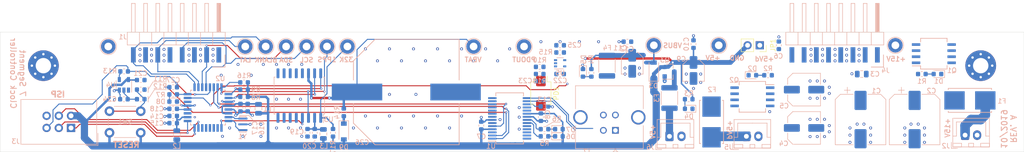
<source format=kicad_pcb>
(kicad_pcb (version 20171130) (host pcbnew "(5.1.4)-1")
  (layers (0 F.Cu signal) (31 B.Cu signal) (34 B.Paste user hide) (35 F.Paste user hide) (36 B.SilkS user hide) (37 F.SilkS user) (38 B.Mask user hide) (39 F.Mask user hide) (44 Edge.Cuts user))
  (net 0 "")
  (net 1 GND)
  (net 2 +15V)
  (net 3 +5VD)
  (net 4 +5V)
  (net 5 VBUS)
  (net 6 "Net-(C13-Pad2)")
  (net 7 "Net-(C14-Pad2)")
  (net 8 "Net-(C16-Pad2)")
  (net 9 "Net-(C18-Pad2)")
  (net 10 "Net-(C19-Pad2)")
  (net 11 "Net-(C23-Pad2)")
  (net 12 "Net-(C24-Pad1)")
  (net 13 +BATT)
  (net 14 "Net-(D1-Pad2)")
  (net 15 "Net-(D2-Pad2)")
  (net 16 "Net-(D4-Pad2)")
  (net 17 "Net-(D5-Pad2)")
  (net 18 "Net-(D6-Pad1)")
  (net 19 "Net-(D7-Pad1)")
  (net 20 "Net-(D8-Pad2)")
  (net 21 "Net-(D9-Pad1)")
  (net 22 "Net-(F1-Pad2)")
  (net 23 "Net-(F1-Pad1)")
  (net 24 "Net-(F2-Pad2)")
  (net 25 "Net-(F2-Pad1)")
  (net 26 "Net-(F3-Pad2)")
  (net 27 "Net-(F3-Pad1)")
  (net 28 "Net-(F4-Pad2)")
  (net 29 /TLC_BLANK)
  (net 30 /TLC_LAT)
  (net 31 /TLC_SCL)
  (net 32 /TLC_SDA)
  (net 33 /MOSI)
  (net 34 /SCK)
  (net 35 /MISO)
  (net 36 /USBD-)
  (net 37 /USBD+)
  (net 38 "Net-(R5-Pad2)")
  (net 39 "Net-(R6-Pad2)")
  (net 40 /LED)
  (net 41 /RTC_SDA)
  (net 42 /RTC_SCL)
  (net 43 "Net-(R13-Pad2)")
  (net 44 /~RESET~)
  (net 45 /RTC_1PPS)
  (net 46 /RTC_32K)
  (net 47 /FTDI_RX)
  (net 48 /FTDI_TX)
  (net 49 /~RTC_RST~)
  (net 50 "Net-(U2-Pad8)")
  (net 51 "Net-(U2-Pad7)")
  (net 52 "Net-(C27-Pad1)")
  (net 53 "Net-(R11-Pad2)")
  (net 54 "Net-(C25-Pad2)")
  (net 55 /PD_OUT)
  (net 56 "Net-(U1-Pad28)")
  (net 57 "Net-(U1-Pad27)")
  (net 58 "Net-(U1-Pad19)")
  (net 59 "Net-(U1-Pad14)")
  (net 60 "Net-(U1-Pad13)")
  (net 61 "Net-(U1-Pad12)")
  (net 62 "Net-(U1-Pad11)")
  (net 63 "Net-(U1-Pad10)")
  (net 64 "Net-(U1-Pad9)")
  (net 65 "Net-(U1-Pad6)")
  (net 66 "Net-(U1-Pad3)")
  (net 67 "Net-(U2-Pad22)")
  (net 68 "Net-(U2-Pad19)")
  (net 69 "Net-(U2-Pad14)")
  (net 70 "Net-(U2-Pad13)")
  (net 71 "Net-(U2-Pad12)")
  (net 72 "Net-(U2-Pad11)")
  (net 73 "Net-(U2-Pad10)")
  (module Connector_USB:USB_B_TE_5787834_Vertical (layer B.Cu) (at 174.5 113.5)
    (fp_text reference J7 (at -5.8 4.55) (layer B.SilkS) (effects (justify mirror)))
    (fp_text value CON_USB_A)
    (pad 2 thru_hole circle (at -2.5 0) (size 1.4 1.4) (drill 0.92) (layers *.Cu *.Mask) (net 36 /USBD-))
    (pad 5 thru_hole circle (at -7.27 -2.71) (size 3 3) (drill 2.3) (layers *.Cu *.Mask) (net 1 GND))
    (pad 1 thru_hole rect (at 0 0) (size 1.4 1.4) (drill 0.92) (layers *.Cu *.Mask) (net 28 "Net-(F4-Pad2)"))
    (pad 3 thru_hole circle (at -2.5 -3.2) (size 1.4 1.4) (drill 0.92) (layers *.Cu *.Mask) (net 37 /USBD+))
    (pad 4 thru_hole circle (at 0 -3.2) (size 1.4 1.4) (drill 0.92) (layers *.Cu *.Mask) (net 1 GND))
    (pad 5 thru_hole circle (at 4.77 -2.71) (size 3 3) (drill 2.3) (layers *.Cu *.Mask) (net 1 GND))
  )
  (module Connector_PinSocket_2.54mm:PinSocket_1x02_P2.54mm_Vertical (layer F.Cu) (at 204.54 95.75 270)
    (fp_text reference JP1 (at 0 -2.77 90) (layer F.SilkS))
    (fp_text value "5V PASSTHRU")
    (pad 2 thru_hole oval (at 0 2.54 270) (size 1.7 1.7) (drill 1) (layers *.Cu *.Mask) (net 4 +5V))
    (pad 1 thru_hole rect (at 0 0 270) (size 1.7 1.7) (drill 1) (layers *.Cu *.Mask) (net 3 +5VD))
  )
  (module Package_TO_SOT_SMD:SOT-353_SC-70-5 (layer B.Cu) (at 163 99.5)
    (fp_text reference U5 (at 0 2) (layer B.SilkS) (effects (justify mirror)))
    (fp_text value LMV301)
    (pad 5 smd rect (at 0.95 0.65) (size 0.65 0.4) (layers B.Cu B.Paste B.Mask) (net 4 +5V))
    (pad 4 smd rect (at 0.95 -0.65) (size 0.65 0.4) (layers B.Cu B.Paste B.Mask) (net 55 /PD_OUT))
    (pad 2 smd rect (at -0.95 0) (size 0.65 0.4) (layers B.Cu B.Paste B.Mask) (net 1 GND))
    (pad 3 smd rect (at -0.95 -0.65) (size 0.65 0.4) (layers B.Cu B.Paste B.Mask) (net 54 "Net-(C25-Pad2)"))
    (pad 1 smd rect (at -0.95 0.65) (size 0.65 0.4) (layers B.Cu B.Paste B.Mask) (net 11 "Net-(C23-Pad2)"))
  )
  (module Resistor_SMD:R_0603_1608Metric (layer B.Cu) (at 158.75 101.75)
    (fp_text reference R18 (at 0 1.43) (layer B.SilkS) (effects (justify mirror)))
    (fp_text value ??)
    (pad 2 smd roundrect (at 0.7875 0) (size 0.875 0.95) (layers B.Cu B.Paste B.Mask) (net 1 GND))
    (pad 1 smd roundrect (at -0.7875 0) (size 0.875 0.95) (layers B.Cu B.Paste B.Mask) (net 11 "Net-(C23-Pad2)"))
  )
  (module Resistor_SMD:R_0603_1608Metric (layer B.Cu) (at 158.75 100.25 180)
    (fp_text reference R10 (at 0 1.43) (layer B.SilkS) (effects (justify mirror)))
    (fp_text value ??)
    (pad 2 smd roundrect (at 0.7875 0 180) (size 0.875 0.95) (layers B.Cu B.Paste B.Mask) (net 4 +5V))
    (pad 1 smd roundrect (at -0.7875 0 180) (size 0.875 0.95) (layers B.Cu B.Paste B.Mask) (net 11 "Net-(C23-Pad2)"))
  )
  (module OptoDevice:Osram_SMD-DIL2_4.5x4.0mm (layer F.Cu) (at 159 105.75 270)
    (fp_text reference PD1 (at 0.01 -3.2 90) (layer F.SilkS))
    (fp_text value "SFH 2440")
    (pad 1 smd roundrect (at -2.54 0 90) (size 2.2 2) (layers F.Cu F.Paste F.Mask) (roundrect_rratio 0.125) (net 54 "Net-(C25-Pad2)"))
    (pad 2 smd roundrect (at 2.54 0 90) (size 2.2 2) (layers F.Cu F.Paste F.Mask) (roundrect_rratio 0.125) (net 1 GND))
  )
  (module Package_SO:SSOP-28_5.3x10.2mm_P0.65mm (layer B.Cu) (at 152.5 111)
    (fp_text reference U1 (at -3.9 5.8) (layer B.SilkS) (effects (justify mirror)))
    (fp_text value FT232RL)
    (pad 28 smd rect (at 3.6 4.225) (size 1.75 0.4) (layers B.Cu B.Paste B.Mask) (net 56 "Net-(U1-Pad28)"))
    (pad 27 smd rect (at 3.6 3.575) (size 1.75 0.4) (layers B.Cu B.Paste B.Mask) (net 57 "Net-(U1-Pad27)"))
    (pad 26 smd rect (at 3.6 2.925) (size 1.75 0.4) (layers B.Cu B.Paste B.Mask) (net 1 GND))
    (pad 25 smd rect (at 3.6 2.275) (size 1.75 0.4) (layers B.Cu B.Paste B.Mask) (net 1 GND))
    (pad 24 smd rect (at 3.6 1.625) (size 1.75 0.4) (layers B.Cu B.Paste B.Mask))
    (pad 23 smd rect (at 3.6 0.975) (size 1.75 0.4) (layers B.Cu B.Paste B.Mask) (net 38 "Net-(R5-Pad2)"))
    (pad 22 smd rect (at 3.6 0.325) (size 1.75 0.4) (layers B.Cu B.Paste B.Mask) (net 39 "Net-(R6-Pad2)"))
    (pad 21 smd rect (at 3.6 -0.325) (size 1.75 0.4) (layers B.Cu B.Paste B.Mask) (net 1 GND))
    (pad 20 smd rect (at 3.6 -0.975) (size 1.75 0.4) (layers B.Cu B.Paste B.Mask) (net 4 +5V))
    (pad 19 smd rect (at 3.6 -1.625) (size 1.75 0.4) (layers B.Cu B.Paste B.Mask) (net 58 "Net-(U1-Pad19)"))
    (pad 18 smd rect (at 3.6 -2.275) (size 1.75 0.4) (layers B.Cu B.Paste B.Mask) (net 1 GND))
    (pad 17 smd rect (at 3.6 -2.925) (size 1.75 0.4) (layers B.Cu B.Paste B.Mask) (net 6 "Net-(C13-Pad2)"))
    (pad 16 smd rect (at 3.6 -3.575) (size 1.75 0.4) (layers B.Cu B.Paste B.Mask) (net 36 /USBD-))
    (pad 15 smd rect (at 3.6 -4.225) (size 1.75 0.4) (layers B.Cu B.Paste B.Mask) (net 37 /USBD+))
    (pad 14 smd rect (at -3.6 -4.225) (size 1.75 0.4) (layers B.Cu B.Paste B.Mask) (net 59 "Net-(U1-Pad14)"))
    (pad 13 smd rect (at -3.6 -3.575) (size 1.75 0.4) (layers B.Cu B.Paste B.Mask) (net 60 "Net-(U1-Pad13)"))
    (pad 12 smd rect (at -3.6 -2.925) (size 1.75 0.4) (layers B.Cu B.Paste B.Mask) (net 61 "Net-(U1-Pad12)"))
    (pad 11 smd rect (at -3.6 -2.275) (size 1.75 0.4) (layers B.Cu B.Paste B.Mask) (net 62 "Net-(U1-Pad11)"))
    (pad 10 smd rect (at -3.6 -1.625) (size 1.75 0.4) (layers B.Cu B.Paste B.Mask) (net 63 "Net-(U1-Pad10)"))
    (pad 9 smd rect (at -3.6 -0.975) (size 1.75 0.4) (layers B.Cu B.Paste B.Mask) (net 64 "Net-(U1-Pad9)"))
    (pad 8 smd rect (at -3.6 -0.325) (size 1.75 0.4) (layers B.Cu B.Paste B.Mask))
    (pad 7 smd rect (at -3.6 0.325) (size 1.75 0.4) (layers B.Cu B.Paste B.Mask) (net 1 GND))
    (pad 6 smd rect (at -3.6 0.975) (size 1.75 0.4) (layers B.Cu B.Paste B.Mask) (net 65 "Net-(U1-Pad6)"))
    (pad 5 smd rect (at -3.6 1.625) (size 1.75 0.4) (layers B.Cu B.Paste B.Mask) (net 47 /FTDI_RX))
    (pad 4 smd rect (at -3.6 2.275) (size 1.75 0.4) (layers B.Cu B.Paste B.Mask) (net 4 +5V))
    (pad 3 smd rect (at -3.6 2.925) (size 1.75 0.4) (layers B.Cu B.Paste B.Mask) (net 66 "Net-(U1-Pad3)"))
    (pad 2 smd rect (at -3.6 3.575) (size 1.75 0.4) (layers B.Cu B.Paste B.Mask) (net 52 "Net-(C27-Pad1)"))
    (pad 1 smd rect (at -3.6 4.225) (size 1.75 0.4) (layers B.Cu B.Paste B.Mask) (net 48 /FTDI_TX))
  )
  (module Package_QFP:TQFP-32_7x7mm_P0.8mm (layer B.Cu) (at 89.75 108.75 180)
    (fp_text reference U2 (at -2.55 6.05 180) (layer B.SilkS) (effects (justify mirror)))
    (fp_text value ATmega328P-AU)
    (pad 32 smd rect (at -2.8 4.25 90) (size 1.6 0.5) (layers B.Cu B.Paste B.Mask) (net 45 /RTC_1PPS))
    (pad 31 smd rect (at -2 4.25 90) (size 1.6 0.5) (layers B.Cu B.Paste B.Mask) (net 47 /FTDI_RX))
    (pad 30 smd rect (at -1.2 4.25 90) (size 1.6 0.5) (layers B.Cu B.Paste B.Mask) (net 48 /FTDI_TX))
    (pad 29 smd rect (at -0.4 4.25 90) (size 1.6 0.5) (layers B.Cu B.Paste B.Mask) (net 44 /~RESET~))
    (pad 28 smd rect (at 0.4 4.25 90) (size 1.6 0.5) (layers B.Cu B.Paste B.Mask) (net 31 /TLC_SCL))
    (pad 27 smd rect (at 1.2 4.25 90) (size 1.6 0.5) (layers B.Cu B.Paste B.Mask) (net 32 /TLC_SDA))
    (pad 26 smd rect (at 2 4.25 90) (size 1.6 0.5) (layers B.Cu B.Paste B.Mask) (net 30 /TLC_LAT))
    (pad 25 smd rect (at 2.8 4.25 90) (size 1.6 0.5) (layers B.Cu B.Paste B.Mask) (net 29 /TLC_BLANK))
    (pad 24 smd rect (at 4.25 2.8 180) (size 1.6 0.5) (layers B.Cu B.Paste B.Mask) (net 40 /LED))
    (pad 23 smd rect (at 4.25 2 180) (size 1.6 0.5) (layers B.Cu B.Paste B.Mask) (net 55 /PD_OUT))
    (pad 22 smd rect (at 4.25 1.2 180) (size 1.6 0.5) (layers B.Cu B.Paste B.Mask) (net 67 "Net-(U2-Pad22)"))
    (pad 21 smd rect (at 4.25 0.4 180) (size 1.6 0.5) (layers B.Cu B.Paste B.Mask) (net 1 GND))
    (pad 20 smd rect (at 4.25 -0.4 180) (size 1.6 0.5) (layers B.Cu B.Paste B.Mask) (net 9 "Net-(C18-Pad2)"))
    (pad 19 smd rect (at 4.25 -1.2 180) (size 1.6 0.5) (layers B.Cu B.Paste B.Mask) (net 68 "Net-(U2-Pad19)"))
    (pad 18 smd rect (at 4.25 -2 180) (size 1.6 0.5) (layers B.Cu B.Paste B.Mask) (net 7 "Net-(C14-Pad2)"))
    (pad 17 smd rect (at 4.25 -2.8 180) (size 1.6 0.5) (layers B.Cu B.Paste B.Mask) (net 34 /SCK))
    (pad 16 smd rect (at 2.8 -4.25 90) (size 1.6 0.5) (layers B.Cu B.Paste B.Mask) (net 35 /MISO))
    (pad 15 smd rect (at 2 -4.25 90) (size 1.6 0.5) (layers B.Cu B.Paste B.Mask) (net 33 /MOSI))
    (pad 14 smd rect (at 1.2 -4.25 90) (size 1.6 0.5) (layers B.Cu B.Paste B.Mask) (net 69 "Net-(U2-Pad14)"))
    (pad 13 smd rect (at 0.4 -4.25 90) (size 1.6 0.5) (layers B.Cu B.Paste B.Mask) (net 70 "Net-(U2-Pad13)"))
    (pad 12 smd rect (at -0.4 -4.25 90) (size 1.6 0.5) (layers B.Cu B.Paste B.Mask) (net 71 "Net-(U2-Pad12)"))
    (pad 11 smd rect (at -1.2 -4.25 90) (size 1.6 0.5) (layers B.Cu B.Paste B.Mask) (net 72 "Net-(U2-Pad11)"))
    (pad 10 smd rect (at -2 -4.25 90) (size 1.6 0.5) (layers B.Cu B.Paste B.Mask) (net 73 "Net-(U2-Pad10)"))
    (pad 9 smd rect (at -2.8 -4.25 90) (size 1.6 0.5) (layers B.Cu B.Paste B.Mask) (net 49 /~RTC_RST~))
    (pad 8 smd rect (at -4.25 -2.8 180) (size 1.6 0.5) (layers B.Cu B.Paste B.Mask) (net 50 "Net-(U2-Pad8)"))
    (pad 7 smd rect (at -4.25 -2 180) (size 1.6 0.5) (layers B.Cu B.Paste B.Mask) (net 51 "Net-(U2-Pad7)"))
    (pad 6 smd rect (at -4.25 -1.2 180) (size 1.6 0.5) (layers B.Cu B.Paste B.Mask) (net 8 "Net-(C16-Pad2)"))
    (pad 5 smd rect (at -4.25 -0.4 180) (size 1.6 0.5) (layers B.Cu B.Paste B.Mask) (net 1 GND))
    (pad 4 smd rect (at -4.25 0.4 180) (size 1.6 0.5) (layers B.Cu B.Paste B.Mask) (net 8 "Net-(C16-Pad2)"))
    (pad 3 smd rect (at -4.25 1.2 180) (size 1.6 0.5) (layers B.Cu B.Paste B.Mask) (net 1 GND))
    (pad 2 smd rect (at -4.25 2 180) (size 1.6 0.5) (layers B.Cu B.Paste B.Mask) (net 41 /RTC_SDA))
    (pad 1 smd rect (at -4.25 2.8 180) (size 1.6 0.5) (layers B.Cu B.Paste B.Mask) (net 42 /RTC_SCL))
  )
  (module Resistor_SMD:R_0603_1608Metric (layer B.Cu) (at 115.75 114 90)
    (fp_text reference R17 (at -3 0 270) (layer B.SilkS) (effects (justify mirror)))
    (fp_text value 4k7)
    (pad 2 smd roundrect (at 0.7875 0 90) (size 0.875 0.95) (layers B.Cu B.Paste B.Mask) (net 46 /RTC_32K))
    (pad 1 smd roundrect (at -0.7875 0 90) (size 0.875 0.95) (layers B.Cu B.Paste B.Mask) (net 4 +5V))
  )
  (module Resistor_SMD:R_0603_1608Metric (layer B.Cu) (at 97.25 103.5 180)
    (fp_text reference R16 (at 0 1.43) (layer B.SilkS) (effects (justify mirror)))
    (fp_text value 4k7)
    (pad 2 smd roundrect (at 0.7875 0 180) (size 0.875 0.95) (layers B.Cu B.Paste B.Mask) (net 45 /RTC_1PPS))
    (pad 1 smd roundrect (at -0.7875 0 180) (size 0.875 0.95) (layers B.Cu B.Paste B.Mask) (net 4 +5V))
  )
  (module Capacitor_SMD:C_0603_1608Metric (layer B.Cu) (at 82.5 104.5)
    (fp_text reference C27 (at 0 -1.5) (layer B.SilkS) (effects (justify mirror)))
    (fp_text value 100nF)
    (pad 2 smd roundrect (at 0.7875 0) (size 0.875 0.95) (layers B.Cu B.Paste B.Mask) (net 44 /~RESET~))
    (pad 1 smd roundrect (at -0.7875 0) (size 0.875 0.95) (layers B.Cu B.Paste B.Mask) (net 52 "Net-(C27-Pad1)"))
  )
  (module ak:FC0H105ZFTBR44 (layer B.Cu) (at 131 105.5 180)
    (fp_text reference C26 (at 9.2 -10.5 180) (layer B.SilkS) (effects (justify mirror)))
    (fp_text value 1F)
    (pad 1 smd rect (at 10.25 0 180) (size 10.5 3.5) (layers B.Cu B.Paste B.Mask) (net 13 +BATT))
    (pad 2 smd rect (at -10.25 0 180) (size 10.5 3.5) (layers B.Cu B.Paste B.Mask) (net 1 GND))
  )
  (module Resistor_SMD:R_0603_1608Metric (layer B.Cu) (at 72.3 101.2 180)
    (fp_text reference R13 (at 2.95 0.1) (layer B.SilkS) (effects (justify mirror)))
    (fp_text value 1k)
    (pad 2 smd roundrect (at 0.7875 0 180) (size 0.875 0.95) (layers B.Cu B.Paste B.Mask) (net 43 "Net-(R13-Pad2)"))
    (pad 1 smd roundrect (at -0.7875 0 180) (size 0.875 0.95) (layers B.Cu B.Paste B.Mask) (net 44 /~RESET~))
  )
  (module Resistor_SMD:R_0603_1608Metric (layer B.Cu) (at 75.75 107)
    (fp_text reference R12 (at 4.05 -2.7 180) (layer B.SilkS) (effects (justify mirror)))
    (fp_text value 10k)
    (pad 2 smd roundrect (at 0.7875 0) (size 0.875 0.95) (layers B.Cu B.Paste B.Mask) (net 53 "Net-(R11-Pad2)"))
    (pad 1 smd roundrect (at -0.7875 0) (size 0.875 0.95) (layers B.Cu B.Paste B.Mask) (net 12 "Net-(C24-Pad1)"))
  )
  (module ak:Fuse_1812_4532Metric (layer B.Cu) (at 172.75 100 270)
    (fp_text reference F4 (at -3.7 -0.05 180) (layer B.SilkS) (effects (justify mirror)))
    (fp_text value 500mA)
    (pad 2 smd roundrect (at 2.1375 0 270) (size 1.125 3.4) (layers B.Cu B.Paste B.Mask) (roundrect_rratio 0.222222) (net 28 "Net-(F4-Pad2)"))
    (pad 1 smd roundrect (at -2.1375 0 270) (size 1.125 3.4) (layers B.Cu B.Paste B.Mask) (roundrect_rratio 0.222222) (net 5 VBUS))
  )
  (module ak:Fuse_1812_4532Metric (layer B.Cu) (at 185.75 106.75 270)
    (fp_text reference F3 (at 0 2.65 90) (layer B.SilkS) (effects (justify mirror)))
    (fp_text value 500mA)
    (pad 2 smd roundrect (at 2.1375 0 270) (size 1.125 3.4) (layers B.Cu B.Paste B.Mask) (roundrect_rratio 0.222222) (net 26 "Net-(F3-Pad2)"))
    (pad 1 smd roundrect (at -2.1375 0 270) (size 1.125 3.4) (layers B.Cu B.Paste B.Mask) (roundrect_rratio 0.222222) (net 27 "Net-(F3-Pad1)"))
  )
  (module Resistor_SMD:R_0603_1608Metric (layer B.Cu) (at 97.25 106.5 180)
    (fp_text reference R8 (at -2.45 -0.1) (layer B.SilkS) (effects (justify mirror)))
    (fp_text value 4k7)
    (pad 2 smd roundrect (at 0.7875 0 180) (size 0.875 0.95) (layers B.Cu B.Paste B.Mask) (net 41 /RTC_SDA))
    (pad 1 smd roundrect (at -0.7875 0 180) (size 0.875 0.95) (layers B.Cu B.Paste B.Mask) (net 4 +5V))
  )
  (module Diode_SMD:D_SOD-123 (layer B.Cu) (at 118 113.75 270)
    (fp_text reference D9 (at 3.25 0 180) (layer B.SilkS) (effects (justify mirror)))
    (fp_text value SS1P3L)
    (pad 2 smd rect (at 1.65 0 270) (size 0.9 1.2) (layers B.Cu B.Paste B.Mask) (net 4 +5V))
    (pad 1 smd rect (at -1.65 0 270) (size 0.9 1.2) (layers B.Cu B.Paste B.Mask) (net 21 "Net-(D9-Pad1)"))
  )
  (module Resistor_SMD:R_0603_1608Metric (layer B.Cu) (at 75.75 105 180)
    (fp_text reference R11 (at -4.05 2.3) (layer B.SilkS) (effects (justify mirror)))
    (fp_text value 10k)
    (pad 2 smd roundrect (at 0.7875 0 180) (size 0.875 0.95) (layers B.Cu B.Paste B.Mask) (net 53 "Net-(R11-Pad2)"))
    (pad 1 smd roundrect (at -0.7875 0 180) (size 0.875 0.95) (layers B.Cu B.Paste B.Mask) (net 1 GND))
  )
  (module Package_TO_SOT_SMD:SOT-23-5 (layer B.Cu) (at 72.25 104 90)
    (fp_text reference U4 (at 0 -2.75 180) (layer B.SilkS) (effects (justify mirror)))
    (fp_text value 74AHC1G14)
    (pad 5 smd rect (at 1.1 0.95 90) (size 1.06 0.65) (layers B.Cu B.Paste B.Mask) (net 4 +5V))
    (pad 4 smd rect (at 1.1 -0.95 90) (size 1.06 0.65) (layers B.Cu B.Paste B.Mask) (net 43 "Net-(R13-Pad2)"))
    (pad 3 smd rect (at -1.1 -0.95 90) (size 1.06 0.65) (layers B.Cu B.Paste B.Mask) (net 1 GND))
    (pad 2 smd rect (at -1.1 0 90) (size 1.06 0.65) (layers B.Cu B.Paste B.Mask) (net 12 "Net-(C24-Pad1)"))
    (pad 1 smd rect (at -1.1 0.95 90) (size 1.06 0.65) (layers B.Cu B.Paste B.Mask))
  )
  (module Capacitor_SMD:C_0603_1608Metric (layer B.Cu) (at 72.25 107 180)
    (fp_text reference C24 (at 2.95 0) (layer B.SilkS) (effects (justify mirror)))
    (fp_text value 100n)
    (pad 2 smd roundrect (at 0.7875 0 180) (size 0.875 0.95) (layers B.Cu B.Paste B.Mask) (net 1 GND))
    (pad 1 smd roundrect (at -0.7875 0 180) (size 0.875 0.95) (layers B.Cu B.Paste B.Mask) (net 12 "Net-(C24-Pad1)"))
  )
  (module Capacitor_SMD:C_0603_1608Metric (layer B.Cu) (at 98 108.75 90)
    (fp_text reference C16 (at -4.25 2.9 90) (layer B.SilkS) (effects (justify mirror)))
    (fp_text value 100nF)
    (pad 2 smd roundrect (at 0.7875 0 90) (size 0.875 0.95) (layers B.Cu B.Paste B.Mask) (net 8 "Net-(C16-Pad2)"))
    (pad 1 smd roundrect (at -0.7875 0 90) (size 0.875 0.95) (layers B.Cu B.Paste B.Mask) (net 1 GND))
  )
  (module Resistor_SMD:R_0603_1608Metric (layer B.Cu) (at 163 97.25)
    (fp_text reference R15 (at -3 -0.1) (layer B.SilkS) (effects (justify mirror)))
    (fp_text value ??)
    (pad 2 smd roundrect (at 0.7875 0) (size 0.875 0.95) (layers B.Cu B.Paste B.Mask) (net 55 /PD_OUT))
    (pad 1 smd roundrect (at -0.7875 0) (size 0.875 0.95) (layers B.Cu B.Paste B.Mask) (net 54 "Net-(C25-Pad2)"))
  )
  (module Resistor_SMD:R_0603_1608Metric (layer B.Cu) (at 118 109.75 270)
    (fp_text reference R14 (at 0 1.43 90) (layer B.SilkS) (effects (justify mirror)))
    (fp_text value 100R)
    (pad 2 smd roundrect (at 0.7875 0 270) (size 0.875 0.95) (layers B.Cu B.Paste B.Mask) (net 21 "Net-(D9-Pad1)"))
    (pad 1 smd roundrect (at -0.7875 0 270) (size 0.875 0.95) (layers B.Cu B.Paste B.Mask) (net 13 +BATT))
  )
  (module Resistor_SMD:R_0603_1608Metric (layer B.Cu) (at 97.25 105 180)
    (fp_text reference R9 (at -2.45 0) (layer B.SilkS) (effects (justify mirror)))
    (fp_text value 4k7)
    (pad 2 smd roundrect (at 0.7875 0 180) (size 0.875 0.95) (layers B.Cu B.Paste B.Mask) (net 42 /RTC_SCL))
    (pad 1 smd roundrect (at -0.7875 0 180) (size 0.875 0.95) (layers B.Cu B.Paste B.Mask) (net 4 +5V))
  )
  (module Resistor_SMD:R_0603_1608Metric (layer B.Cu) (at 82.5 106)
    (fp_text reference R7 (at -2.6 0.1) (layer B.SilkS) (effects (justify mirror)))
    (fp_text value 1k)
    (pad 2 smd roundrect (at 0.7875 0) (size 0.875 0.95) (layers B.Cu B.Paste B.Mask) (net 40 /LED))
    (pad 1 smd roundrect (at -0.7875 0) (size 0.875 0.95) (layers B.Cu B.Paste B.Mask) (net 20 "Net-(D8-Pad2)"))
  )
  (module Resistor_SMD:R_0603_1608Metric (layer B.Cu) (at 159.75 113.25 180)
    (fp_text reference R6 (at -2.55 2.15) (layer B.SilkS) (effects (justify mirror)))
    (fp_text value 1k)
    (pad 2 smd roundrect (at 0.7875 0 180) (size 0.875 0.95) (layers B.Cu B.Paste B.Mask) (net 39 "Net-(R6-Pad2)"))
    (pad 1 smd roundrect (at -0.7875 0 180) (size 0.875 0.95) (layers B.Cu B.Paste B.Mask) (net 19 "Net-(D7-Pad1)"))
  )
  (module Resistor_SMD:R_0603_1608Metric (layer B.Cu) (at 159.75 114.75 180)
    (fp_text reference R5 (at 0 -1.45) (layer B.SilkS) (effects (justify mirror)))
    (fp_text value 1k)
    (pad 2 smd roundrect (at 0.7875 0 180) (size 0.875 0.95) (layers B.Cu B.Paste B.Mask) (net 38 "Net-(R5-Pad2)"))
    (pad 1 smd roundrect (at -0.7875 0 180) (size 0.875 0.95) (layers B.Cu B.Paste B.Mask) (net 18 "Net-(D6-Pad1)"))
  )
  (module Resistor_SMD:R_0603_1608Metric (layer B.Cu) (at 169.5 101.5 90)
    (fp_text reference R4 (at 2.8 0 270) (layer B.SilkS) (effects (justify mirror)))
    (fp_text value 1k)
    (pad 2 smd roundrect (at 0.7875 0 90) (size 0.875 0.95) (layers B.Cu B.Paste B.Mask) (net 5 VBUS))
    (pad 1 smd roundrect (at -0.7875 0 90) (size 0.875 0.95) (layers B.Cu B.Paste B.Mask) (net 17 "Net-(D5-Pad2)"))
  )
  (module Resistor_SMD:R_0603_1608Metric (layer B.Cu) (at 189.75 107)
    (fp_text reference R3 (at 0.05 -1.2) (layer B.SilkS) (effects (justify mirror)))
    (fp_text value 1k)
    (pad 2 smd roundrect (at 0.7875 0) (size 0.875 0.95) (layers B.Cu B.Paste B.Mask) (net 4 +5V))
    (pad 1 smd roundrect (at -0.7875 0) (size 0.875 0.95) (layers B.Cu B.Paste B.Mask) (net 16 "Net-(D4-Pad2)"))
  )
  (module Resistor_SMD:R_0603_1608Metric (layer B.Cu) (at 206.25 102)
    (fp_text reference R2 (at 0 -1.4) (layer B.SilkS) (effects (justify mirror)))
    (fp_text value 1k)
    (pad 2 smd roundrect (at 0.7875 0) (size 0.875 0.95) (layers B.Cu B.Paste B.Mask) (net 3 +5VD))
    (pad 1 smd roundrect (at -0.7875 0) (size 0.875 0.95) (layers B.Cu B.Paste B.Mask) (net 15 "Net-(D2-Pad2)"))
  )
  (module Resistor_SMD:R_0603_1608Metric (layer B.Cu) (at 238.25 101.75 180)
    (fp_text reference R1 (at 0 -1.5) (layer B.SilkS) (effects (justify mirror)))
    (fp_text value 1k)
    (pad 2 smd roundrect (at 0.7875 0 180) (size 0.875 0.95) (layers B.Cu B.Paste B.Mask) (net 2 +15V))
    (pad 1 smd roundrect (at -0.7875 0 180) (size 0.875 0.95) (layers B.Cu B.Paste B.Mask) (net 14 "Net-(D1-Pad2)"))
  )
  (module LED_SMD:LED_0603_1608Metric (layer B.Cu) (at 82.5 107.5 180)
    (fp_text reference D8 (at 2.6 0) (layer B.SilkS) (effects (justify mirror)))
    (fp_text value RED)
    (pad 2 smd roundrect (at 0.7875 0 180) (size 0.875 0.95) (layers B.Cu B.Paste B.Mask) (net 20 "Net-(D8-Pad2)"))
    (pad 1 smd roundrect (at -0.7875 0 180) (size 0.875 0.95) (layers B.Cu B.Paste B.Mask) (net 1 GND))
  )
  (module LED_SMD:LED_0603_1608Metric (layer B.Cu) (at 162.75 113.25)
    (fp_text reference D7 (at 2.45 0.15) (layer B.SilkS) (effects (justify mirror)))
    (fp_text value "TX GREEN")
    (pad 2 smd roundrect (at 0.7875 0) (size 0.875 0.95) (layers B.Cu B.Paste B.Mask) (net 4 +5V))
    (pad 1 smd roundrect (at -0.7875 0) (size 0.875 0.95) (layers B.Cu B.Paste B.Mask) (net 19 "Net-(D7-Pad1)"))
  )
  (module LED_SMD:LED_0603_1608Metric (layer B.Cu) (at 162.75 114.75)
    (fp_text reference D6 (at 2.45 0.05) (layer B.SilkS) (effects (justify mirror)))
    (fp_text value "RX ORANGE")
    (pad 2 smd roundrect (at 0.7875 0) (size 0.875 0.95) (layers B.Cu B.Paste B.Mask) (net 4 +5V))
    (pad 1 smd roundrect (at -0.7875 0) (size 0.875 0.95) (layers B.Cu B.Paste B.Mask) (net 18 "Net-(D6-Pad1)"))
  )
  (module LED_SMD:LED_0603_1608Metric (layer B.Cu) (at 167.75 101.5 270)
    (fp_text reference D5 (at -2.8 -0.15 90) (layer B.SilkS) (effects (justify mirror)))
    (fp_text value GREEN)
    (pad 2 smd roundrect (at 0.7875 0 270) (size 0.875 0.95) (layers B.Cu B.Paste B.Mask) (net 17 "Net-(D5-Pad2)"))
    (pad 1 smd roundrect (at -0.7875 0 270) (size 0.875 0.95) (layers B.Cu B.Paste B.Mask) (net 1 GND))
  )
  (module LED_SMD:LED_0603_1608Metric (layer B.Cu) (at 189.75 109 180)
    (fp_text reference D4 (at -0.05 -1.6) (layer B.SilkS) (effects (justify mirror)))
    (fp_text value ORANGE)
    (pad 2 smd roundrect (at 0.7875 0 180) (size 0.875 0.95) (layers B.Cu B.Paste B.Mask) (net 16 "Net-(D4-Pad2)"))
    (pad 1 smd roundrect (at -0.7875 0 180) (size 0.875 0.95) (layers B.Cu B.Paste B.Mask) (net 1 GND))
  )
  (module LED_SMD:LED_0603_1608Metric (layer B.Cu) (at 203 102)
    (fp_text reference D2 (at 0 -1.4) (layer B.SilkS) (effects (justify mirror)))
    (fp_text value BLUE)
    (pad 2 smd roundrect (at 0.7875 0) (size 0.875 0.95) (layers B.Cu B.Paste B.Mask) (net 15 "Net-(D2-Pad2)"))
    (pad 1 smd roundrect (at -0.7875 0) (size 0.875 0.95) (layers B.Cu B.Paste B.Mask) (net 1 GND))
  )
  (module LED_SMD:LED_0603_1608Metric (layer B.Cu) (at 241.5 101.75 180)
    (fp_text reference D1 (at -0.25 -1.5) (layer B.SilkS) (effects (justify mirror)))
    (fp_text value BLUE)
    (pad 2 smd roundrect (at 0.7875 0 180) (size 0.875 0.95) (layers B.Cu B.Paste B.Mask) (net 14 "Net-(D1-Pad2)"))
    (pad 1 smd roundrect (at -0.7875 0 180) (size 0.875 0.95) (layers B.Cu B.Paste B.Mask) (net 1 GND))
  )
  (module Capacitor_SMD:C_0603_1608Metric (layer B.Cu) (at 163 95.75 180)
    (fp_text reference C25 (at -3 0.05) (layer B.SilkS) (effects (justify mirror)))
    (fp_text value 100n)
    (pad 2 smd roundrect (at 0.7875 0 180) (size 0.875 0.95) (layers B.Cu B.Paste B.Mask) (net 54 "Net-(C25-Pad2)"))
    (pad 1 smd roundrect (at -0.7875 0 180) (size 0.875 0.95) (layers B.Cu B.Paste B.Mask) (net 55 /PD_OUT))
  )
  (module Capacitor_SMD:C_0603_1608Metric (layer B.Cu) (at 158.75 103.25 180)
    (fp_text reference C23 (at 3 0.1) (layer B.SilkS) (effects (justify mirror)))
    (fp_text value 1uF)
    (pad 2 smd roundrect (at 0.7875 0 180) (size 0.875 0.95) (layers B.Cu B.Paste B.Mask) (net 11 "Net-(C23-Pad2)"))
    (pad 1 smd roundrect (at -0.7875 0 180) (size 0.875 0.95) (layers B.Cu B.Paste B.Mask) (net 1 GND))
  )
  (module Capacitor_SMD:C_0603_1608Metric (layer B.Cu) (at 163 101.75 180)
    (fp_text reference C22 (at 0 -1.35) (layer B.SilkS) (effects (justify mirror)))
    (fp_text value 100n)
    (pad 2 smd roundrect (at 0.7875 0 180) (size 0.875 0.95) (layers B.Cu B.Paste B.Mask) (net 1 GND))
    (pad 1 smd roundrect (at -0.7875 0 180) (size 0.875 0.95) (layers B.Cu B.Paste B.Mask) (net 4 +5V))
  )
  (module Capacitor_SMD:C_0603_1608Metric (layer B.Cu) (at 75.75 103)
    (fp_text reference C21 (at -0.05 -1.4) (layer B.SilkS) (effects (justify mirror)))
    (fp_text value 100n)
    (pad 2 smd roundrect (at 0.7875 0) (size 0.875 0.95) (layers B.Cu B.Paste B.Mask) (net 1 GND))
    (pad 1 smd roundrect (at -0.7875 0) (size 0.875 0.95) (layers B.Cu B.Paste B.Mask) (net 4 +5V))
  )
  (module Capacitor_SMD:C_0603_1608Metric (layer B.Cu) (at 159.75 108.5 180)
    (fp_text reference C13 (at 0 1.43) (layer B.SilkS) (effects (justify mirror)))
    (fp_text value 100nF)
    (pad 2 smd roundrect (at 0.7875 0 180) (size 0.875 0.95) (layers B.Cu B.Paste B.Mask) (net 6 "Net-(C13-Pad2)"))
    (pad 1 smd roundrect (at -0.7875 0 180) (size 0.875 0.95) (layers B.Cu B.Paste B.Mask) (net 1 GND))
  )
  (module Capacitor_SMD:C_0603_1608Metric (layer B.Cu) (at 177 95 180)
    (fp_text reference C12 (at 0.1 -1.5) (layer B.SilkS) (effects (justify mirror)))
    (fp_text value 100nF)
    (pad 2 smd roundrect (at 0.7875 0 180) (size 0.875 0.95) (layers B.Cu B.Paste B.Mask) (net 1 GND))
    (pad 1 smd roundrect (at -0.7875 0 180) (size 0.875 0.95) (layers B.Cu B.Paste B.Mask) (net 5 VBUS))
  )
  (module Capacitor_SMD:C_0603_1608Metric (layer B.Cu) (at 190.75 95.5 90)
    (fp_text reference C10 (at 0 -1.5 90) (layer B.SilkS) (effects (justify mirror)))
    (fp_text value 100nF)
    (pad 2 smd roundrect (at 0.7875 0 90) (size 0.875 0.95) (layers B.Cu B.Paste B.Mask) (net 1 GND))
    (pad 1 smd roundrect (at -0.7875 0 90) (size 0.875 0.95) (layers B.Cu B.Paste B.Mask) (net 4 +5V))
  )
  (module Capacitor_SMD:C_0603_1608Metric (layer B.Cu) (at 159 110.75 270)
    (fp_text reference C8 (at -0.55 -1.4 270) (layer B.SilkS) (effects (justify mirror)))
    (fp_text value 100nF)
    (pad 2 smd roundrect (at 0.7875 0 270) (size 0.875 0.95) (layers B.Cu B.Paste B.Mask) (net 1 GND))
    (pad 1 smd roundrect (at -0.7875 0 270) (size 0.875 0.95) (layers B.Cu B.Paste B.Mask) (net 4 +5V))
  )
  (module Capacitor_SMD:C_0603_1608Metric (layer B.Cu) (at 146.6 112.5 270)
    (fp_text reference C7 (at 2.3 0 180) (layer B.SilkS) (effects (justify mirror)))
    (fp_text value 100nF)
    (pad 2 smd roundrect (at 0.7875 0 270) (size 0.875 0.95) (layers B.Cu B.Paste B.Mask) (net 4 +5V))
    (pad 1 smd roundrect (at -0.7875 0 270) (size 0.875 0.95) (layers B.Cu B.Paste B.Mask) (net 1 GND))
  )
  (module Capacitor_SMD:C_0603_1608Metric (layer B.Cu) (at 208.5 95.75 270)
    (fp_text reference C6 (at 2.25 0.1 180) (layer B.SilkS) (effects (justify mirror)))
    (fp_text value 10nF)
    (pad 2 smd roundrect (at 0.7875 0 270) (size 0.875 0.95) (layers B.Cu B.Paste B.Mask) (net 3 +5VD))
    (pad 1 smd roundrect (at -0.7875 0 270) (size 0.875 0.95) (layers B.Cu B.Paste B.Mask) (net 1 GND))
  )
  (module Capacitor_SMD:C_0603_1608Metric (layer B.Cu) (at 111.95 114 90)
    (fp_text reference C20 (at -2.8 -1.1 180) (layer B.SilkS) (effects (justify mirror)))
    (fp_text value 100nF)
    (pad 2 smd roundrect (at 0.7875 0 90) (size 0.875 0.95) (layers B.Cu B.Paste B.Mask) (net 10 "Net-(C19-Pad2)"))
    (pad 1 smd roundrect (at -0.7875 0 90) (size 0.875 0.95) (layers B.Cu B.Paste B.Mask) (net 1 GND))
  )
  (module Capacitor_SMD:C_0603_1608Metric (layer B.Cu) (at 110.45 114 90)
    (fp_text reference C19 (at 0.2 -2.2) (layer B.SilkS) (effects (justify mirror)))
    (fp_text value 10nF)
    (pad 2 smd roundrect (at 0.7875 0 90) (size 0.875 0.95) (layers B.Cu B.Paste B.Mask) (net 10 "Net-(C19-Pad2)"))
    (pad 1 smd roundrect (at -0.7875 0 90) (size 0.875 0.95) (layers B.Cu B.Paste B.Mask) (net 1 GND))
  )
  (module Capacitor_SMD:C_0603_1608Metric (layer B.Cu) (at 82.5 109)
    (fp_text reference C18 (at -3.4 0) (layer B.SilkS) (effects (justify mirror)))
    (fp_text value 100nF)
    (pad 2 smd roundrect (at 0.7875 0) (size 0.875 0.95) (layers B.Cu B.Paste B.Mask) (net 9 "Net-(C18-Pad2)"))
    (pad 1 smd roundrect (at -0.7875 0) (size 0.875 0.95) (layers B.Cu B.Paste B.Mask) (net 1 GND))
  )
  (module Capacitor_SMD:C_0603_1608Metric (layer B.Cu) (at 96.5 108.75 90)
    (fp_text reference C17 (at -4.25 3 90) (layer B.SilkS) (effects (justify mirror)))
    (fp_text value 10nF)
    (pad 2 smd roundrect (at 0.7875 0 90) (size 0.875 0.95) (layers B.Cu B.Paste B.Mask) (net 8 "Net-(C16-Pad2)"))
    (pad 1 smd roundrect (at -0.7875 0 90) (size 0.875 0.95) (layers B.Cu B.Paste B.Mask) (net 1 GND))
  )
  (module Capacitor_SMD:C_0603_1608Metric (layer B.Cu) (at 82.5 112)
    (fp_text reference C15 (at -3.4 0) (layer B.SilkS) (effects (justify mirror)))
    (fp_text value 100nF)
    (pad 2 smd roundrect (at 0.7875 0) (size 0.875 0.95) (layers B.Cu B.Paste B.Mask) (net 7 "Net-(C14-Pad2)"))
    (pad 1 smd roundrect (at -0.7875 0) (size 0.875 0.95) (layers B.Cu B.Paste B.Mask) (net 1 GND))
  )
  (module Capacitor_SMD:C_0603_1608Metric (layer B.Cu) (at 82.5 110.5)
    (fp_text reference C14 (at -3.4 0.1) (layer B.SilkS) (effects (justify mirror)))
    (fp_text value 10nF)
    (pad 2 smd roundrect (at 0.7875 0) (size 0.875 0.95) (layers B.Cu B.Paste B.Mask) (net 7 "Net-(C14-Pad2)"))
    (pad 1 smd roundrect (at -0.7875 0) (size 0.875 0.95) (layers B.Cu B.Paste B.Mask) (net 1 GND))
  )
  (module ak:HARWIN_M20-8890845 (layer B.Cu) (at 229 97.75 180)
    (fp_text reference J4 (at -1.7 -3.25) (layer B.SilkS) (effects (justify mirror)))
    (fp_text value "DC out")
    (pad 8 smd rect (at 17.78 0 180) (size 1 3.2) (layers B.Cu B.Paste B.Mask) (net 3 +5VD))
    (pad 7 smd rect (at 15.24 0 180) (size 1 3.2) (layers B.Cu B.Paste B.Mask) (net 3 +5VD))
    (pad 6 smd rect (at 12.7 0 180) (size 1 3.2) (layers B.Cu B.Paste B.Mask) (net 1 GND))
    (pad 5 smd rect (at 10.16 0 180) (size 1 3.2) (layers B.Cu B.Paste B.Mask) (net 1 GND))
    (pad 4 smd rect (at 7.62 0 180) (size 1 3.2) (layers B.Cu B.Paste B.Mask) (net 1 GND))
    (pad 3 smd rect (at 5.08 0 180) (size 1 3.2) (layers B.Cu B.Paste B.Mask) (net 1 GND))
    (pad 2 smd rect (at 2.54 0 180) (size 1 3.2) (layers B.Cu B.Paste B.Mask) (net 2 +15V))
    (pad 1 smd rect (at 0 0 180) (size 1 3.2) (layers B.Cu B.Paste B.Mask) (net 2 +15V))
  )
  (module ak:CSTNE (layer B.Cu) (at 97 112.25 90)
    (fp_text reference Y1 (at -2.55 -0.1 180) (layer B.SilkS) (effects (justify mirror)))
    (fp_text value 16MHz)
    (pad 3 smd rect (at 1.2 0 90) (size 0.4 1.9) (layers B.Cu B.Paste B.Mask) (net 51 "Net-(U2-Pad7)"))
    (pad 2 smd rect (at 0 0 90) (size 0.4 1.9) (layers B.Cu B.Paste B.Mask) (net 1 GND))
    (pad 1 smd rect (at -1.2 0 90) (size 0.4 1.9) (layers B.Cu B.Paste B.Mask) (net 50 "Net-(U2-Pad8)"))
  )
  (module Package_SO:SOIC-16W_7.5x10.3mm_P1.27mm (layer B.Cu) (at 108.75 106.25 90)
    (fp_text reference U3 (at -4.95 6.1 180) (layer B.SilkS) (effects (justify mirror)))
    (fp_text value DS3231M)
    (pad 16 smd roundrect (at 4.65 4.445 90) (size 2.05 0.6) (layers B.Cu B.Paste B.Mask) (net 42 /RTC_SCL))
    (pad 15 smd roundrect (at 4.65 3.175 90) (size 2.05 0.6) (layers B.Cu B.Paste B.Mask) (net 41 /RTC_SDA))
    (pad 14 smd roundrect (at 4.65 1.905 90) (size 2.05 0.6) (layers B.Cu B.Paste B.Mask) (net 13 +BATT))
    (pad 13 smd roundrect (at 4.65 0.635 90) (size 2.05 0.6) (layers B.Cu B.Paste B.Mask) (net 1 GND))
    (pad 12 smd roundrect (at 4.65 -0.635 90) (size 2.05 0.6) (layers B.Cu B.Paste B.Mask) (net 1 GND))
    (pad 11 smd roundrect (at 4.65 -1.905 90) (size 2.05 0.6) (layers B.Cu B.Paste B.Mask) (net 1 GND))
    (pad 10 smd roundrect (at 4.65 -3.175 90) (size 2.05 0.6) (layers B.Cu B.Paste B.Mask) (net 1 GND))
    (pad 9 smd roundrect (at 4.65 -4.445 90) (size 2.05 0.6) (layers B.Cu B.Paste B.Mask) (net 1 GND))
    (pad 8 smd roundrect (at -4.65 -4.445 90) (size 2.05 0.6) (layers B.Cu B.Paste B.Mask) (net 1 GND))
    (pad 7 smd roundrect (at -4.65 -3.175 90) (size 2.05 0.6) (layers B.Cu B.Paste B.Mask) (net 1 GND))
    (pad 6 smd roundrect (at -4.65 -1.905 90) (size 2.05 0.6) (layers B.Cu B.Paste B.Mask) (net 1 GND))
    (pad 5 smd roundrect (at -4.65 -0.635 90) (size 2.05 0.6) (layers B.Cu B.Paste B.Mask) (net 1 GND))
    (pad 4 smd roundrect (at -4.65 0.635 90) (size 2.05 0.6) (layers B.Cu B.Paste B.Mask) (net 49 /~RTC_RST~))
    (pad 3 smd roundrect (at -4.65 1.905 90) (size 2.05 0.6) (layers B.Cu B.Paste B.Mask) (net 45 /RTC_1PPS))
    (pad 2 smd roundrect (at -4.65 3.175 90) (size 2.05 0.6) (layers B.Cu B.Paste B.Mask) (net 10 "Net-(C19-Pad2)"))
    (pad 1 smd roundrect (at -4.65 4.445 90) (size 2.05 0.6) (layers B.Cu B.Paste B.Mask) (net 46 /RTC_32K))
  )
  (module TestPoint:TestPoint_Loop_D2.60mm_Drill1.6mm_Beaded (layer B.Cu) (at 232.75 95.75 90)
    (fp_text reference TP16 hide)
    (fp_text value TestPoint_Alt)
    (pad 1 thru_hole circle (at 0 0 90) (size 3 3) (drill 1.6) (layers *.Cu *.Mask) (net 2 +15V))
  )
  (module TestPoint:TestPoint_Loop_D2.60mm_Drill1.6mm_Beaded (layer B.Cu) (at 182.5 95.75 90)
    (fp_text reference TP13 hide)
    (fp_text value TestPoint_Alt)
    (pad 1 thru_hole circle (at 0 0 90) (size 3 3) (drill 1.6) (layers *.Cu *.Mask) (net 5 VBUS))
  )
  (module TestPoint:TestPoint_Loop_D2.60mm_Drill1.6mm_Beaded (layer B.Cu) (at 145 96 90)
    (fp_text reference TP12 hide)
    (fp_text value TestPoint_Alt)
    (pad 1 thru_hole circle (at 0 0 90) (size 3 3) (drill 1.6) (layers *.Cu *.Mask) (net 13 +BATT))
  )
  (module TestPoint:TestPoint_Loop_D2.60mm_Drill1.6mm_Beaded (layer B.Cu) (at 101.75 96 90)
    (fp_text reference TP11 hide)
    (fp_text value TestPoint_Alt)
    (pad 1 thru_hole circle (at 0 0 90) (size 3 3) (drill 1.6) (layers *.Cu *.Mask) (net 29 /TLC_BLANK))
  )
  (module TestPoint:TestPoint_Loop_D2.60mm_Drill1.6mm_Beaded (layer B.Cu) (at 97.5 96 90)
    (fp_text reference TP10 hide)
    (fp_text value TestPoint_Alt)
    (pad 1 thru_hole circle (at 0 0 90) (size 3 3) (drill 1.6) (layers *.Cu *.Mask) (net 30 /TLC_LAT))
  )
  (module TestPoint:TestPoint_Loop_D2.60mm_Drill1.6mm_Beaded (layer B.Cu) (at 110.25 96 90)
    (fp_text reference TP9 hide)
    (fp_text value TestPoint_Alt)
    (pad 1 thru_hole circle (at 0 0 90) (size 3 3) (drill 1.6) (layers *.Cu *.Mask) (net 31 /TLC_SCL))
  )
  (module TestPoint:TestPoint_Loop_D2.60mm_Drill1.6mm_Beaded (layer B.Cu) (at 196 95.75 90)
    (fp_text reference TP4 hide)
    (fp_text value TestPoint_Alt)
    (pad 1 thru_hole circle (at 0 0 90) (size 3 3) (drill 1.6) (layers *.Cu *.Mask) (net 1 GND))
  )
  (module TestPoint:TestPoint_Loop_D2.60mm_Drill1.6mm_Beaded (layer B.Cu) (at 106 96 90)
    (fp_text reference TP7 hide)
    (fp_text value TestPoint_Alt)
    (pad 1 thru_hole circle (at 0 0 90) (size 3 3) (drill 1.6) (layers *.Cu *.Mask) (net 32 /TLC_SDA))
  )
  (module TestPoint:TestPoint_Loop_D2.60mm_Drill1.6mm_Beaded (layer B.Cu) (at 155.5 96 90)
    (fp_text reference TP5 hide)
    (fp_text value TestPoint_Alt)
    (pad 1 thru_hole circle (at 0 0 90) (size 3 3) (drill 1.6) (layers *.Cu *.Mask) (net 55 /PD_OUT))
  )
  (module TestPoint:TestPoint_Loop_D2.60mm_Drill1.6mm_Beaded (layer B.Cu) (at 118.75 96 90)
    (fp_text reference TP3 hide)
    (fp_text value TestPoint_Alt)
    (pad 1 thru_hole circle (at 0 0 90) (size 3 3) (drill 1.6) (layers *.Cu *.Mask) (net 46 /RTC_32K))
  )
  (module TestPoint:TestPoint_Loop_D2.60mm_Drill1.6mm_Beaded (layer B.Cu) (at 69 96 90)
    (fp_text reference TP2 hide)
    (fp_text value TestPoint_Alt)
    (pad 1 thru_hole circle (at 0 0 90) (size 3 3) (drill 1.6) (layers *.Cu *.Mask) (net 1 GND))
  )
  (module TestPoint:TestPoint_Loop_D2.60mm_Drill1.6mm_Beaded (layer B.Cu) (at 114.5 96 90)
    (fp_text reference TP1 hide)
    (fp_text value TestPoint_Alt)
    (pad 1 thru_hole circle (at 0 0 90) (size 3 3) (drill 1.6) (layers *.Cu *.Mask) (net 45 /RTC_1PPS))
  )
  (module Button_Switch_THT:SW_PUSH_6mm (layer B.Cu) (at 75.75 109.5 180)
    (fp_text reference SW1 (at 3.25 -2.2) (layer B.SilkS) (effects (justify mirror)))
    (fp_text value SW_Push)
    (pad 1 thru_hole circle (at 6.5 0 90) (size 2 2) (drill 1.1) (layers *.Cu *.Mask) (net 53 "Net-(R11-Pad2)"))
    (pad 2 thru_hole circle (at 6.5 -4.5 90) (size 2 2) (drill 1.1) (layers *.Cu *.Mask) (net 4 +5V))
    (pad 1 thru_hole circle (at 0 0 90) (size 2 2) (drill 1.1) (layers *.Cu *.Mask) (net 53 "Net-(R11-Pad2)"))
    (pad 2 thru_hole circle (at 0 -4.5 90) (size 2 2) (drill 1.1) (layers *.Cu *.Mask) (net 4 +5V))
  )
  (module Package_TO_SOT_SMD:SOT-23 (layer B.Cu) (at 185.75 101.25)
    (fp_text reference Q3 (at -0.95 -2.45) (layer B.SilkS) (effects (justify mirror)))
    (fp_text value SQ2309ES)
    (pad 3 smd rect (at 1 0) (size 0.9 0.8) (layers B.Cu B.Paste B.Mask) (net 27 "Net-(F3-Pad1)"))
    (pad 2 smd rect (at -1 -0.95) (size 0.9 0.8) (layers B.Cu B.Paste B.Mask) (net 4 +5V))
    (pad 1 smd rect (at -1 0.95) (size 0.9 0.8) (layers B.Cu B.Paste B.Mask) (net 1 GND))
  )
  (module Package_SO:SO-8_5.3x6.2mm_P1.27mm (layer B.Cu) (at 203 106.5 180)
    (fp_text reference Q2 (at 3.8 3.5) (layer B.SilkS) (effects (justify mirror)))
    (fp_text value SI4435FDY)
    (pad 8 smd rect (at 3.7 1.905 180) (size 1.75 0.55) (layers B.Cu B.Paste B.Mask) (net 25 "Net-(F2-Pad1)"))
    (pad 7 smd rect (at 3.7 0.635 180) (size 1.75 0.55) (layers B.Cu B.Paste B.Mask) (net 25 "Net-(F2-Pad1)"))
    (pad 6 smd rect (at 3.7 -0.635 180) (size 1.75 0.55) (layers B.Cu B.Paste B.Mask) (net 25 "Net-(F2-Pad1)"))
    (pad 5 smd rect (at 3.7 -1.905 180) (size 1.75 0.55) (layers B.Cu B.Paste B.Mask) (net 25 "Net-(F2-Pad1)"))
    (pad 4 smd rect (at -3.7 -1.905 180) (size 1.75 0.55) (layers B.Cu B.Paste B.Mask) (net 1 GND))
    (pad 3 smd rect (at -3.7 -0.635 180) (size 1.75 0.55) (layers B.Cu B.Paste B.Mask) (net 3 +5VD))
    (pad 2 smd rect (at -3.7 0.635 180) (size 1.75 0.55) (layers B.Cu B.Paste B.Mask) (net 3 +5VD))
    (pad 1 smd rect (at -3.7 1.905 180) (size 1.75 0.55) (layers B.Cu B.Paste B.Mask) (net 3 +5VD))
  )
  (module Package_SO:SO-8_5.3x6.2mm_P1.27mm (layer B.Cu) (at 240.75 97.5)
    (fp_text reference Q1 (at 3.75 3.5) (layer B.SilkS) (effects (justify mirror)))
    (fp_text value SI4435FDY)
    (pad 8 smd rect (at 3.7 1.905) (size 1.75 0.55) (layers B.Cu B.Paste B.Mask) (net 23 "Net-(F1-Pad1)"))
    (pad 7 smd rect (at 3.7 0.635) (size 1.75 0.55) (layers B.Cu B.Paste B.Mask) (net 23 "Net-(F1-Pad1)"))
    (pad 6 smd rect (at 3.7 -0.635) (size 1.75 0.55) (layers B.Cu B.Paste B.Mask) (net 23 "Net-(F1-Pad1)"))
    (pad 5 smd rect (at 3.7 -1.905) (size 1.75 0.55) (layers B.Cu B.Paste B.Mask) (net 23 "Net-(F1-Pad1)"))
    (pad 4 smd rect (at -3.7 -1.905) (size 1.75 0.55) (layers B.Cu B.Paste B.Mask) (net 1 GND))
    (pad 3 smd rect (at -3.7 -0.635) (size 1.75 0.55) (layers B.Cu B.Paste B.Mask) (net 2 +15V))
    (pad 2 smd rect (at -3.7 0.635) (size 1.75 0.55) (layers B.Cu B.Paste B.Mask) (net 2 +15V))
    (pad 1 smd rect (at -3.7 1.905) (size 1.75 0.55) (layers B.Cu B.Paste B.Mask) (net 2 +15V))
  )
  (module Inductor_SMD:L_0805_2012Metric (layer B.Cu) (at 113.75 114.25 90)
    (fp_text reference L3 (at -2.55 0.1 180) (layer B.SilkS) (effects (justify mirror)))
    (fp_text value 10uH)
    (pad 2 smd roundrect (at 0.9375 0 90) (size 0.975 1.4) (layers B.Cu B.Paste B.Mask) (net 10 "Net-(C19-Pad2)"))
    (pad 1 smd roundrect (at -0.9375 0 90) (size 0.975 1.4) (layers B.Cu B.Paste B.Mask) (net 4 +5V))
  )
  (module Inductor_SMD:L_0805_2012Metric (layer B.Cu) (at 83.25 114.5 270)
    (fp_text reference L2 (at 2.3 0 180) (layer B.SilkS) (effects (justify mirror)))
    (fp_text value 10uH)
    (pad 2 smd roundrect (at 0.9375 0 270) (size 0.975 1.4) (layers B.Cu B.Paste B.Mask) (net 4 +5V))
    (pad 1 smd roundrect (at -0.9375 0 270) (size 0.975 1.4) (layers B.Cu B.Paste B.Mask) (net 7 "Net-(C14-Pad2)"))
  )
  (module Inductor_SMD:L_0805_2012Metric (layer B.Cu) (at 100.25 109 270)
    (fp_text reference L1 (at 0 -1.85 180) (layer B.SilkS) (effects (justify mirror)))
    (fp_text value 10uH)
    (pad 2 smd roundrect (at 0.9375 0 270) (size 0.975 1.4) (layers B.Cu B.Paste B.Mask) (net 4 +5V))
    (pad 1 smd roundrect (at -0.9375 0 270) (size 0.975 1.4) (layers B.Cu B.Paste B.Mask) (net 8 "Net-(C16-Pad2)"))
  )
  (module Connector_JST:JST_XH_B2B-XH-A_1x02_P2.50mm_Vertical (layer B.Cu) (at 185.75 114.75)
    (fp_text reference J6 (at -3.95 2.25) (layer B.SilkS) (effects (justify mirror)))
    (fp_text value CON_5V_AUX)
    (pad 2 thru_hole oval (at 2.5 0) (size 1.7 2) (drill 1) (layers *.Cu *.Mask) (net 1 GND))
    (pad 1 thru_hole roundrect (at 0 0) (size 1.7 2) (drill 1) (layers *.Cu *.Mask) (roundrect_rratio 0.147059) (net 26 "Net-(F3-Pad2)"))
  )
  (module Connector_JST:JST_XH_B2B-XH-A_1x02_P2.50mm_Vertical (layer B.Cu) (at 201.75 114.75)
    (fp_text reference J5 (at -3.75 2.25) (layer B.SilkS) (effects (justify mirror)))
    (fp_text value CON_5V)
    (pad 2 thru_hole oval (at 2.5 0) (size 1.7 2) (drill 1) (layers *.Cu *.Mask) (net 1 GND))
    (pad 1 thru_hole roundrect (at 0 0) (size 1.7 2) (drill 1) (layers *.Cu *.Mask) (roundrect_rratio 0.147059) (net 24 "Net-(F2-Pad2)"))
  )
  (module Connector_IDC:IDC-Header_2x03_P2.54mm_Vertical (layer B.Cu) (at 61.25 113 90)
    (fp_text reference J3 (at -2.8 -11.5 180) (layer B.SilkS) (effects (justify mirror)))
    (fp_text value CON_ICSP)
    (pad 1 thru_hole rect (at 0 0 90) (size 1.7272 1.7272) (drill 1.016) (layers *.Cu *.Mask) (net 35 /MISO))
    (pad 2 thru_hole oval (at 2.54 0 90) (size 1.7272 1.7272) (drill 1.016) (layers *.Cu *.Mask) (net 4 +5V))
    (pad 3 thru_hole oval (at 0 -2.54 90) (size 1.7272 1.7272) (drill 1.016) (layers *.Cu *.Mask) (net 34 /SCK))
    (pad 4 thru_hole oval (at 2.54 -2.54 90) (size 1.7272 1.7272) (drill 1.016) (layers *.Cu *.Mask) (net 33 /MOSI))
    (pad 5 thru_hole oval (at 0 -5.08 90) (size 1.7272 1.7272) (drill 1.016) (layers *.Cu *.Mask) (net 44 /~RESET~))
    (pad 6 thru_hole oval (at 2.54 -5.08 90) (size 1.7272 1.7272) (drill 1.016) (layers *.Cu *.Mask) (net 1 GND))
  )
  (module Connector_JST:JST_XH_B2B-XH-A_1x02_P2.50mm_Vertical (layer B.Cu) (at 247.25 114.5)
    (fp_text reference J2 (at -4 2.25 180) (layer B.SilkS) (effects (justify mirror)))
    (fp_text value CON_15V)
    (pad 2 thru_hole oval (at 2.5 0) (size 1.7 2) (drill 1) (layers *.Cu *.Mask) (net 1 GND))
    (pad 1 thru_hole roundrect (at 0 0) (size 1.7 2) (drill 1) (layers *.Cu *.Mask) (roundrect_rratio 0.147059) (net 22 "Net-(F1-Pad2)"))
  )
  (module ak:HARWIN_M20-8890845 (layer B.Cu) (at 92 97.75 180)
    (fp_text reference J1 (at 20 3.75) (layer B.SilkS) (effects (justify mirror)))
    (fp_text value CON_TLC)
    (pad 8 smd rect (at 17.78 0 180) (size 1 3.2) (layers B.Cu B.Paste B.Mask) (net 29 /TLC_BLANK))
    (pad 7 smd rect (at 15.24 0 180) (size 1 3.2) (layers B.Cu B.Paste B.Mask) (net 1 GND))
    (pad 6 smd rect (at 12.7 0 180) (size 1 3.2) (layers B.Cu B.Paste B.Mask) (net 30 /TLC_LAT))
    (pad 5 smd rect (at 10.16 0 180) (size 1 3.2) (layers B.Cu B.Paste B.Mask) (net 1 GND))
    (pad 4 smd rect (at 7.62 0 180) (size 1 3.2) (layers B.Cu B.Paste B.Mask) (net 31 /TLC_SCL))
    (pad 3 smd rect (at 5.08 0 180) (size 1 3.2) (layers B.Cu B.Paste B.Mask) (net 1 GND))
    (pad 2 smd rect (at 2.54 0 180) (size 1 3.2) (layers B.Cu B.Paste B.Mask) (net 32 /TLC_SDA))
    (pad 1 smd rect (at 0 0 180) (size 1 3.2) (layers B.Cu B.Paste B.Mask) (net 1 GND))
  )
  (module MountingHole:MountingHole_3.2mm_M3_Pad_Via (layer F.Cu) (at 250.5 100 90)
    (fp_text reference H2 hide)
    (fp_text value MountingHole_Pad)
    (pad 1 thru_hole circle (at 1.697056 -1.697056 90) (size 0.8 0.8) (drill 0.5) (layers *.Cu *.Mask) (net 1 GND))
    (pad 1 thru_hole circle (at 0 -2.4 90) (size 0.8 0.8) (drill 0.5) (layers *.Cu *.Mask) (net 1 GND))
    (pad 1 thru_hole circle (at -1.697056 -1.697056 90) (size 0.8 0.8) (drill 0.5) (layers *.Cu *.Mask) (net 1 GND))
    (pad 1 thru_hole circle (at -2.4 0 90) (size 0.8 0.8) (drill 0.5) (layers *.Cu *.Mask) (net 1 GND))
    (pad 1 thru_hole circle (at -1.697056 1.697056 90) (size 0.8 0.8) (drill 0.5) (layers *.Cu *.Mask) (net 1 GND))
    (pad 1 thru_hole circle (at 0 2.4 90) (size 0.8 0.8) (drill 0.5) (layers *.Cu *.Mask) (net 1 GND))
    (pad 1 thru_hole circle (at 1.697056 1.697056 90) (size 0.8 0.8) (drill 0.5) (layers *.Cu *.Mask) (net 1 GND))
    (pad 1 thru_hole circle (at 2.4 0 90) (size 0.8 0.8) (drill 0.5) (layers *.Cu *.Mask) (net 1 GND))
    (pad 1 thru_hole circle (at 0 0 90) (size 6.4 6.4) (drill 3.2) (layers *.Cu *.Mask) (net 1 GND))
  )
  (module MountingHole:MountingHole_3.2mm_M3_Pad_Via (layer F.Cu) (at 55.5 100 90)
    (fp_text reference H1 hide)
    (fp_text value MountingHole_Pad)
    (pad 1 thru_hole circle (at 1.697056 -1.697056 90) (size 0.8 0.8) (drill 0.5) (layers *.Cu *.Mask) (net 1 GND))
    (pad 1 thru_hole circle (at 0 -2.4 90) (size 0.8 0.8) (drill 0.5) (layers *.Cu *.Mask) (net 1 GND))
    (pad 1 thru_hole circle (at -1.697056 -1.697056 90) (size 0.8 0.8) (drill 0.5) (layers *.Cu *.Mask) (net 1 GND))
    (pad 1 thru_hole circle (at -2.4 0 90) (size 0.8 0.8) (drill 0.5) (layers *.Cu *.Mask) (net 1 GND))
    (pad 1 thru_hole circle (at -1.697056 1.697056 90) (size 0.8 0.8) (drill 0.5) (layers *.Cu *.Mask) (net 1 GND))
    (pad 1 thru_hole circle (at 0 2.4 90) (size 0.8 0.8) (drill 0.5) (layers *.Cu *.Mask) (net 1 GND))
    (pad 1 thru_hole circle (at 1.697056 1.697056 90) (size 0.8 0.8) (drill 0.5) (layers *.Cu *.Mask) (net 1 GND))
    (pad 1 thru_hole circle (at 2.4 0 90) (size 0.8 0.8) (drill 0.5) (layers *.Cu *.Mask) (net 1 GND))
    (pad 1 thru_hole circle (at 0 0 90) (size 6.4 6.4) (drill 3.2) (layers *.Cu *.Mask) (net 1 GND))
  )
  (module ak:Fuseholder_SMD_Littelfuse_154 (layer B.Cu) (at 194.5 111.75 270)
    (fp_text reference F2 (at -6.75 -0.1) (layer B.SilkS) (effects (justify mirror)))
    (fp_text value 1A)
    (pad 2 smd rect (at 3.2 0 270) (size 4.24 3.81) (layers B.Cu B.Paste B.Mask) (net 24 "Net-(F2-Pad2)"))
    (pad 1 smd rect (at -3.2 0 270) (size 4.24 3.81) (layers B.Cu B.Paste B.Mask) (net 25 "Net-(F2-Pad1)"))
  )
  (module ak:Fuseholder_SMD_Littelfuse_154 (layer B.Cu) (at 248.25 107.25)
    (fp_text reference F1 (at 6.65 0.15) (layer B.SilkS) (effects (justify mirror)))
    (fp_text value 4A)
    (pad 2 smd rect (at 3.2 0) (size 4.24 3.81) (layers B.Cu B.Paste B.Mask) (net 22 "Net-(F1-Pad2)"))
    (pad 1 smd rect (at -3.2 0) (size 4.24 3.81) (layers B.Cu B.Paste B.Mask) (net 23 "Net-(F1-Pad1)"))
  )
  (module Diode_SMD:D_SOD-123 (layer B.Cu) (at 182.5 101 90)
    (fp_text reference D3 (at -3.2 -0.1 180) (layer B.SilkS) (effects (justify mirror)))
    (fp_text value SS1P3L)
    (pad 2 smd rect (at 1.65 0 90) (size 0.9 1.2) (layers B.Cu B.Paste B.Mask) (net 5 VBUS))
    (pad 1 smd rect (at -1.65 0 90) (size 0.9 1.2) (layers B.Cu B.Paste B.Mask) (net 4 +5V))
  )
  (module Capacitor_SMD:C_Elec_4x5.8 (layer B.Cu) (at 178 99.5 270)
    (fp_text reference C11 (at -3.2 2.5 180) (layer B.SilkS) (effects (justify mirror)))
    (fp_text value 4u7)
    (pad 2 smd roundrect (at 1.675 0 270) (size 2.65 1.6) (layers B.Cu B.Paste B.Mask) (roundrect_rratio 0.15625) (net 1 GND))
    (pad 1 smd roundrect (at -1.675 0 270) (size 2.65 1.6) (layers B.Cu B.Paste B.Mask) (roundrect_rratio 0.15625) (net 5 VBUS))
  )
  (module Capacitor_SMD:C_Elec_4x5.8 (layer B.Cu) (at 190.75 101 270)
    (fp_text reference C9 (at -2.4 2.55 180) (layer B.SilkS) (effects (justify mirror)))
    (fp_text value 4u7)
    (pad 2 smd roundrect (at 1.675 0 270) (size 2.65 1.6) (layers B.Cu B.Paste B.Mask) (roundrect_rratio 0.15625) (net 1 GND))
    (pad 1 smd roundrect (at -1.675 0 270) (size 2.65 1.6) (layers B.Cu B.Paste B.Mask) (roundrect_rratio 0.15625) (net 4 +5V))
  )
  (module Capacitor_SMD:C_Elec_6.3x5.8 (layer B.Cu) (at 213.75 105)
    (fp_text reference C5 (at -4.15 3.4) (layer B.SilkS) (effects (justify mirror)))
    (fp_text value 100uF)
    (pad 2 smd roundrect (at 2.5375 0) (size 3.325 1.6) (layers B.Cu B.Paste B.Mask) (roundrect_rratio 0.15625) (net 1 GND))
    (pad 1 smd roundrect (at -2.5375 0) (size 3.325 1.6) (layers B.Cu B.Paste B.Mask) (roundrect_rratio 0.15625) (net 3 +5VD))
  )
  (module Capacitor_SMD:C_Elec_6.3x5.8 (layer B.Cu) (at 213.75 113)
    (fp_text reference C4 (at -4.25 3.25) (layer B.SilkS) (effects (justify mirror)))
    (fp_text value 100uF)
    (pad 2 smd roundrect (at 2.5375 0) (size 3.325 1.6) (layers B.Cu B.Paste B.Mask) (roundrect_rratio 0.15625) (net 1 GND))
    (pad 1 smd roundrect (at -2.5375 0) (size 3.325 1.6) (layers B.Cu B.Paste B.Mask) (roundrect_rratio 0.15625) (net 3 +5VD))
  )
  (module Capacitor_SMD:C_0805_2012Metric (layer B.Cu) (at 225.75 101.75)
    (fp_text reference C3 (at 2.75 0) (layer B.SilkS) (effects (justify mirror)))
    (fp_text value 10nF)
    (pad 2 smd roundrect (at 0.9375 0) (size 0.975 1.4) (layers B.Cu B.Paste B.Mask) (net 2 +15V))
    (pad 1 smd roundrect (at -0.9375 0) (size 0.975 1.4) (layers B.Cu B.Paste B.Mask) (net 1 GND))
  )
  (module Capacitor_SMD:CP_Elec_10x10 (layer B.Cu) (at 236.75 111.25 270)
    (fp_text reference C2 (at -6 -3.5 180) (layer B.SilkS) (effects (justify mirror)))
    (fp_text value 330uF)
    (pad 2 smd roundrect (at 4 0 270) (size 4 2.5) (layers B.Cu B.Paste B.Mask) (roundrect_rratio 0.1) (net 1 GND))
    (pad 1 smd roundrect (at -4 0 270) (size 4 2.5) (layers B.Cu B.Paste B.Mask) (roundrect_rratio 0.1) (net 2 +15V))
  )
  (module Capacitor_SMD:CP_Elec_10x10 (layer B.Cu) (at 225.5 111.25 270)
    (fp_text reference C1 (at -6 -3.25 180) (layer B.SilkS) (effects (justify mirror)))
    (fp_text value 330uF)
    (pad 2 smd roundrect (at 4 0 270) (size 4 2.5) (layers B.Cu B.Paste B.Mask) (roundrect_rratio 0.1) (net 1 GND))
    (pad 1 smd roundrect (at -4 0 270) (size 4 2.5) (layers B.Cu B.Paste B.Mask) (roundrect_rratio 0.1) (net 2 +15V))
  )
  (gr_text PDOUT (at 155.5 98.75) (layer B.SilkS) (effects (font (size 1 1) (thickness 0.2)) (justify mirror)))
  (gr_text "REV. A\n10/2019" (at 256.3 113.2 270) (layer B.SilkS) (effects (font (size 1.2 1.2) (thickness 0.2)) (justify mirror)))
  (gr_text "7 Segment\nClock Controller" (at 50.2 101.6 270) (layer B.SilkS) (effects (font (size 1.2 1.2) (thickness 0.2)) (justify mirror)))
  (gr_line (start 161.5 111.8) (end 159.912779 112.74) (layer B.SilkS) (width 0.12))
  (gr_line (start 163 111.8) (end 161.5 111.8) (layer B.SilkS) (width 0.12))
  (gr_line (start 81.1 103.4) (end 78.3 103.4) (layer B.SilkS) (width 0.12))
  (gr_line (start 81.1 105) (end 78.6 105) (layer B.SilkS) (width 0.12))
  (gr_line (start 77.3 106.4) (end 77.3 107.6) (layer B.SilkS) (width 0.12))
  (gr_line (start 77.3 104.4) (end 77.3 105.6) (layer B.SilkS) (width 0.12))
  (gr_line (start 78.3 103.4) (end 77.3 105) (layer B.SilkS) (width 0.12))
  (gr_line (start 78.6 105) (end 77.3 107) (layer B.SilkS) (width 0.12))
  (gr_text GND (at 199.8 98.4) (layer B.SilkS) (effects (font (size 1 1) (thickness 0.2)) (justify mirror)))
  (gr_text LAT (at 97.5 98.8) (layer B.SilkS) (effects (font (size 1 1) (thickness 0.2)) (justify mirror)))
  (gr_text BLANK (at 101.8 98.8) (layer B.SilkS) (effects (font (size 1 1) (thickness 0.2)) (justify mirror)))
  (gr_text SDA (at 106 98.8) (layer B.SilkS) (effects (font (size 1 1) (thickness 0.2)) (justify mirror)))
  (gr_text SCL (at 110.25 98.8) (layer B.SilkS) (effects (font (size 1 1) (thickness 0.2)) (justify mirror)))
  (gr_text 1PPS (at 114.5 98.75) (layer B.SilkS) (effects (font (size 1 1) (thickness 0.2)) (justify mirror)))
  (gr_text 32K (at 118.5 98.75) (layer B.SilkS) (effects (font (size 1 1) (thickness 0.2)) (justify mirror)))
  (gr_text VBAT (at 144.9 98.75) (layer B.SilkS) (effects (font (size 1 1) (thickness 0.2)) (justify mirror)))
  (gr_text +5V (at 182.3 113.8 90) (layer B.SilkS) (effects (font (size 1 1) (thickness 0.2)) (justify mirror)))
  (gr_text +5Vd (at 198.3 113.4 90) (layer B.SilkS) (effects (font (size 1 1) (thickness 0.2)) (justify mirror)))
  (gr_text +15V (at 243.6 113 90) (layer B.SilkS) (effects (font (size 1 1) (thickness 0.2)) (justify mirror)))
  (gr_text +15V (at 232.9 98.6) (layer B.SilkS) (effects (font (size 1 1) (thickness 0.2)) (justify mirror)))
  (gr_text +5V (at 194.8 98.4) (layer B.SilkS) (effects (font (size 1 1) (thickness 0.2)) (justify mirror)))
  (gr_text +5Vd (at 205.5 98.6) (layer B.SilkS) (effects (font (size 1 1) (thickness 0.2)) (justify mirror)))
  (gr_text VBUS (at 186.4 95.8) (layer B.SilkS) (effects (font (size 1 1) (thickness 0.2)) (justify mirror)))
  (gr_text RESET (at 72.75 116.5) (layer B.SilkS) (effects (font (size 1.2 1.2) (thickness 0.3)) (justify mirror)))
  (gr_text ISP (at 58.5 106) (layer B.SilkS) (effects (font (size 1.2 1.2) (thickness 0.3)) (justify mirror)))
  (gr_line (start 111.65 116) (end 112.05 115.6) (layer B.SilkS) (width 0.12))
  (gr_line (start 109.65 116) (end 111.65 116) (layer B.SilkS) (width 0.12))
  (gr_line (start 98.3 110.4) (end 96.3 110.4) (layer B.SilkS) (width 0.12))
  (gr_line (start 99.1 111.4) (end 98.3 110.4) (layer B.SilkS) (width 0.12))
  (gr_line (start 101.3 111.4) (end 99.1 111.4) (layer B.SilkS) (width 0.12))
  (gr_line (start 259.5 118) (end 46.5 118) (layer Edge.Cuts) (width 0.05))
  (gr_line (start 259.5 93) (end 46.5 93) (layer Edge.Cuts) (width 0.05))
  (gr_line (start 46.5 118) (end 46.5 93) (layer Edge.Cuts) (width 0.05))
  (gr_line (start 259.5 93) (end 259.5 118) (layer Edge.Cuts) (width 0.05))
  (via (at 87 110.75) (size 0.45) (drill 0.2) (layers F.Cu B.Cu) (net 1))
  (via (at 78 96.6) (size 0.6) (drill 0.3) (layers F.Cu B.Cu) (net 1))
  (via (at 78 97.8) (size 0.6) (drill 0.3) (layers F.Cu B.Cu) (net 1))
  (via (at 78 99) (size 0.6) (drill 0.3) (layers F.Cu B.Cu) (net 1))
  (via (at 75.6 96.6) (size 0.6) (drill 0.3) (layers F.Cu B.Cu) (net 1))
  (via (at 75.6 97.8) (size 0.6) (drill 0.3) (layers F.Cu B.Cu) (net 1))
  (via (at 75.6 99) (size 0.6) (drill 0.3) (layers F.Cu B.Cu) (net 1))
  (via (at 127.5 96.5) (size 0.6) (drill 0.3) (layers F.Cu B.Cu) (net 1))
  (via (at 132.5 96.5) (size 0.6) (drill 0.3) (layers F.Cu B.Cu) (net 1))
  (via (at 137.5 96.5) (size 0.6) (drill 0.3) (layers F.Cu B.Cu) (net 1))
  (via (at 140 99) (size 0.6) (drill 0.3) (layers F.Cu B.Cu) (net 1))
  (via (at 135 99) (size 0.6) (drill 0.3) (layers F.Cu B.Cu) (net 1))
  (via (at 130 99) (size 0.6) (drill 0.3) (layers F.Cu B.Cu) (net 1))
  (via (at 125 99) (size 0.6) (drill 0.3) (layers F.Cu B.Cu) (net 1))
  (via (at 122.5 96.5) (size 0.6) (drill 0.3) (layers F.Cu B.Cu) (net 1))
  (via (at 137.5 110.5) (size 0.6) (drill 0.3) (layers F.Cu B.Cu) (net 1))
  (via (at 140 113) (size 0.6) (drill 0.3) (layers F.Cu B.Cu) (net 1))
  (via (at 135 113) (size 0.6) (drill 0.3) (layers F.Cu B.Cu) (net 1))
  (via (at 130 113) (size 0.6) (drill 0.3) (layers F.Cu B.Cu) (net 1))
  (via (at 132.5 110.5) (size 0.6) (drill 0.3) (layers F.Cu B.Cu) (net 1))
  (via (at 125 113) (size 0.6) (drill 0.3) (layers F.Cu B.Cu) (net 1))
  (via (at 127.5 110.5) (size 0.6) (drill 0.3) (layers F.Cu B.Cu) (net 1))
  (via (at 122.5 110.5) (size 0.6) (drill 0.3) (layers F.Cu B.Cu) (net 1))
  (via (at 120 113) (size 0.6) (drill 0.3) (layers F.Cu B.Cu) (net 1))
  (via (at 142.5 110.5) (size 0.6) (drill 0.3) (layers F.Cu B.Cu) (net 1))
  (via (at 171 95) (size 0.6) (drill 0.3) (layers F.Cu B.Cu) (net 1))
  (via (at 167 95) (size 0.6) (drill 0.3) (layers F.Cu B.Cu) (net 1))
  (via (at 163 95) (size 0.6) (drill 0.3) (layers F.Cu B.Cu) (net 1))
  (via (at 159 95) (size 0.6) (drill 0.3) (layers F.Cu B.Cu) (net 1))
  (segment (start 158.2875 111.5375) (end 159 111.5375) (width 0.3) (layer B.Cu) (net 1))
  (segment (start 156.1 110.675) (end 157.425 110.675) (width 0.3) (layer B.Cu) (net 1))
  (segment (start 157.425 110.675) (end 158.2875 111.5375) (width 0.3) (layer B.Cu) (net 1))
  (segment (start 159 111.5375) (end 160.137482 111.5375) (width 0.3) (layer B.Cu) (net 1))
  (segment (start 160.137482 111.5375) (end 160.2 111.600018) (width 0.3) (layer B.Cu) (net 1))
  (via (at 160.2 111.600018) (size 0.6) (drill 0.3) (layers F.Cu B.Cu) (net 1))
  (segment (start 148.9 111.325) (end 147.675 111.325) (width 0.3) (layer B.Cu) (net 1))
  (segment (start 147.2875 111.7125) (end 146.6 111.7125) (width 0.3) (layer B.Cu) (net 1))
  (segment (start 147.675 111.325) (end 147.2875 111.7125) (width 0.3) (layer B.Cu) (net 1))
  (segment (start 176.2125 95) (end 175.25 95) (width 0.3) (layer B.Cu) (net 1))
  (via (at 190.75 93.75) (size 0.6) (drill 0.3) (layers F.Cu B.Cu) (net 1))
  (segment (start 190.75 94.7125) (end 190.75 93.75) (width 0.3) (layer B.Cu) (net 1))
  (via (at 98.5 112.25) (size 0.6) (drill 0.3) (layers F.Cu B.Cu) (net 1))
  (segment (start 97 112.25) (end 98.5 112.25) (width 0.2) (layer B.Cu) (net 1))
  (via (at 80.75001 112) (size 0.6) (drill 0.3) (layers F.Cu B.Cu) (net 1))
  (segment (start 81.7125 112) (end 80.75001 112) (width 0.3) (layer B.Cu) (net 1))
  (segment (start 80.850023 110.5) (end 80.750001 110.600022) (width 0.3) (layer B.Cu) (net 1))
  (segment (start 81.7125 110.5) (end 80.850023 110.5) (width 0.3) (layer B.Cu) (net 1))
  (via (at 80.750001 110.600022) (size 0.6) (drill 0.3) (layers F.Cu B.Cu) (net 1))
  (segment (start 96.5 109.5375) (end 98 109.5375) (width 0.3) (layer B.Cu) (net 1))
  (segment (start 71.4625 106.0075) (end 71.4625 107) (width 0.2) (layer B.Cu) (net 1))
  (segment (start 71.47 106) (end 71.4625 106.0075) (width 0.2) (layer B.Cu) (net 1))
  (segment (start 71.3 105.83) (end 71.47 106) (width 0.2) (layer B.Cu) (net 1))
  (segment (start 71.3 105.1) (end 71.3 105.83) (width 0.2) (layer B.Cu) (net 1))
  (segment (start 184.749994 102.200006) (end 184.749994 102.542894) (width 0.8) (layer B.Cu) (net 1))
  (segment (start 184.749994 102.542894) (end 184.749994 103.25) (width 0.8) (layer B.Cu) (net 1))
  (segment (start 184.75 102.2) (end 184.749994 102.200006) (width 0.8) (layer B.Cu) (net 1))
  (via (at 184.749994 103.25) (size 0.6) (drill 0.3) (layers F.Cu B.Cu) (net 1))
  (via (at 70.25 105.25) (size 0.6) (drill 0.3) (layers F.Cu B.Cu) (net 1))
  (segment (start 71.3 105.1) (end 70.4 105.1) (width 0.3) (layer B.Cu) (net 1))
  (segment (start 70.4 105.1) (end 70.25 105.25) (width 0.3) (layer B.Cu) (net 1))
  (via (at 80.75 109) (size 0.6) (drill 0.3) (layers F.Cu B.Cu) (net 1))
  (segment (start 81.7125 109) (end 80.75 109) (width 0.3) (layer B.Cu) (net 1))
  (via (at 167.7 99.9) (size 0.6) (drill 0.3) (layers F.Cu B.Cu) (net 1))
  (segment (start 167.75 100.7125) (end 167.75 99.95) (width 0.3) (layer B.Cu) (net 1))
  (segment (start 167.75 99.95) (end 167.7 99.9) (width 0.3) (layer B.Cu) (net 1))
  (via (at 237.5 112.2) (size 0.6) (drill 0.3) (layers F.Cu B.Cu) (net 1))
  (via (at 236 112.2) (size 0.6) (drill 0.3) (layers F.Cu B.Cu) (net 1))
  (via (at 234.7 113) (size 0.6) (drill 0.3) (layers F.Cu B.Cu) (net 1))
  (via (at 234.7 114.5) (size 0.6) (drill 0.3) (layers F.Cu B.Cu) (net 1))
  (via (at 234.7 116) (size 0.6) (drill 0.3) (layers F.Cu B.Cu) (net 1))
  (via (at 238.8 116) (size 0.6) (drill 0.3) (layers F.Cu B.Cu) (net 1))
  (via (at 238.8 114.5) (size 0.6) (drill 0.3) (layers F.Cu B.Cu) (net 1))
  (via (at 238.8 113) (size 0.6) (drill 0.3) (layers F.Cu B.Cu) (net 1))
  (via (at 227.6 116) (size 0.6) (drill 0.3) (layers F.Cu B.Cu) (net 1))
  (via (at 227.6 114.5) (size 0.6) (drill 0.3) (layers F.Cu B.Cu) (net 1))
  (via (at 227.6 113) (size 0.6) (drill 0.3) (layers F.Cu B.Cu) (net 1))
  (via (at 226.2 112.2) (size 0.6) (drill 0.3) (layers F.Cu B.Cu) (net 1))
  (via (at 224.8 112.2) (size 0.6) (drill 0.3) (layers F.Cu B.Cu) (net 1))
  (via (at 223.3 113) (size 0.6) (drill 0.3) (layers F.Cu B.Cu) (net 1))
  (via (at 223.3 114.5) (size 0.6) (drill 0.3) (layers F.Cu B.Cu) (net 1))
  (via (at 223.3 116) (size 0.6) (drill 0.3) (layers F.Cu B.Cu) (net 1))
  (via (at 218 103.2) (size 0.6) (drill 0.3) (layers F.Cu B.Cu) (net 1))
  (via (at 216.5 103.2) (size 0.6) (drill 0.3) (layers F.Cu B.Cu) (net 1))
  (via (at 215 103.2) (size 0.6) (drill 0.3) (layers F.Cu B.Cu) (net 1))
  (via (at 215 106.8) (size 0.6) (drill 0.3) (layers F.Cu B.Cu) (net 1))
  (via (at 216.5 106.8) (size 0.6) (drill 0.3) (layers F.Cu B.Cu) (net 1))
  (via (at 218 106.8) (size 0.6) (drill 0.3) (layers F.Cu B.Cu) (net 1))
  (via (at 219 104.5) (size 0.6) (drill 0.3) (layers F.Cu B.Cu) (net 1))
  (via (at 219 105.8) (size 0.6) (drill 0.3) (layers F.Cu B.Cu) (net 1))
  (via (at 215 111.2) (size 0.6) (drill 0.3) (layers F.Cu B.Cu) (net 1))
  (via (at 216.5 111.2) (size 0.6) (drill 0.3) (layers F.Cu B.Cu) (net 1))
  (via (at 218 111.2) (size 0.6) (drill 0.3) (layers F.Cu B.Cu) (net 1))
  (via (at 219 112.5) (size 0.6) (drill 0.3) (layers F.Cu B.Cu) (net 1))
  (via (at 219 113.8) (size 0.6) (drill 0.3) (layers F.Cu B.Cu) (net 1))
  (via (at 218 114.8) (size 0.6) (drill 0.3) (layers F.Cu B.Cu) (net 1))
  (via (at 216.5 114.8) (size 0.6) (drill 0.3) (layers F.Cu B.Cu) (net 1))
  (via (at 215 114.8) (size 0.6) (drill 0.3) (layers F.Cu B.Cu) (net 1))
  (via (at 90.8 96.6) (size 0.6) (drill 0.3) (layers F.Cu B.Cu) (net 1))
  (via (at 90.8 97.8) (size 0.6) (drill 0.3) (layers F.Cu B.Cu) (net 1))
  (via (at 90.8 99) (size 0.6) (drill 0.3) (layers F.Cu B.Cu) (net 1))
  (via (at 88.2 96.6) (size 0.6) (drill 0.3) (layers F.Cu B.Cu) (net 1))
  (via (at 88.2 97.8) (size 0.6) (drill 0.3) (layers F.Cu B.Cu) (net 1))
  (via (at 88.2 99) (size 0.6) (drill 0.3) (layers F.Cu B.Cu) (net 1))
  (via (at 85.8 96.6) (size 0.6) (drill 0.3) (layers F.Cu B.Cu) (net 1))
  (via (at 85.8 97.8) (size 0.6) (drill 0.3) (layers F.Cu B.Cu) (net 1))
  (via (at 85.8 99) (size 0.6) (drill 0.3) (layers F.Cu B.Cu) (net 1))
  (via (at 80.6 96.6) (size 0.6) (drill 0.3) (layers F.Cu B.Cu) (net 1))
  (via (at 80.6 97.8) (size 0.6) (drill 0.3) (layers F.Cu B.Cu) (net 1))
  (via (at 80.6 99) (size 0.6) (drill 0.3) (layers F.Cu B.Cu) (net 1))
  (via (at 92.7 107.4) (size 0.45) (drill 0.2) (layers F.Cu B.Cu) (net 1))
  (segment (start 94 107.55) (end 92.85 107.55) (width 0.3) (layer B.Cu) (net 1))
  (segment (start 92.85 107.55) (end 92.7 107.4) (width 0.3) (layer B.Cu) (net 1))
  (via (at 95.1 107.4) (size 0.45) (drill 0.2) (layers F.Cu B.Cu) (net 1))
  (segment (start 94 107.55) (end 94.95 107.55) (width 0.3) (layer B.Cu) (net 1))
  (segment (start 94.95 107.55) (end 95.1 107.4) (width 0.3) (layer B.Cu) (net 1))
  (via (at 84.25 108.25) (size 0.45) (drill 0.2) (layers F.Cu B.Cu) (net 1))
  (segment (start 85.5 108.35) (end 84.35 108.35) (width 0.3) (layer B.Cu) (net 1))
  (segment (start 84.35 108.35) (end 84.25 108.25) (width 0.3) (layer B.Cu) (net 1))
  (via (at 87 108.25) (size 0.45) (drill 0.2) (layers F.Cu B.Cu) (net 1))
  (segment (start 85.5 108.35) (end 86.9 108.35) (width 0.3) (layer B.Cu) (net 1))
  (segment (start 86.9 108.35) (end 87 108.25) (width 0.3) (layer B.Cu) (net 1))
  (via (at 100.75 112.25) (size 0.6) (drill 0.3) (layers F.Cu B.Cu) (net 1))
  (via (at 100.75 114.75) (size 0.6) (drill 0.3) (layers F.Cu B.Cu) (net 1))
  (via (at 97 114.75) (size 0.6) (drill 0.3) (layers F.Cu B.Cu) (net 1))
  (via (at 92.75 114.75) (size 0.6) (drill 0.3) (layers F.Cu B.Cu) (net 1))
  (via (at 94.25 113) (size 0.6) (drill 0.3) (layers F.Cu B.Cu) (net 1))
  (via (at 109 113) (size 0.6) (drill 0.3) (layers F.Cu B.Cu) (net 1))
  (via (at 106.5 113) (size 0.6) (drill 0.3) (layers F.Cu B.Cu) (net 1))
  (via (at 109.25 114.75) (size 0.6) (drill 0.3) (layers F.Cu B.Cu) (net 1))
  (via (at 154.5 108.75) (size 0.6) (drill 0.3) (layers F.Cu B.Cu) (net 1))
  (via (at 154.5 110.75) (size 0.6) (drill 0.3) (layers F.Cu B.Cu) (net 1))
  (via (at 154.5 113.25) (size 0.6) (drill 0.3) (layers F.Cu B.Cu) (net 1))
  (via (at 150.5 111.25) (size 0.6) (drill 0.3) (layers F.Cu B.Cu) (net 1))
  (via (at 179.5 100.5) (size 0.6) (drill 0.3) (layers F.Cu B.Cu) (net 1))
  (via (at 179.5 101.75) (size 0.6) (drill 0.3) (layers F.Cu B.Cu) (net 1))
  (via (at 176.5 100.5) (size 0.6) (drill 0.3) (layers F.Cu B.Cu) (net 1))
  (via (at 176.5 101.75) (size 0.6) (drill 0.3) (layers F.Cu B.Cu) (net 1))
  (via (at 192.25 101.75) (size 0.6) (drill 0.3) (layers F.Cu B.Cu) (net 1))
  (via (at 192.25 103.5) (size 0.6) (drill 0.3) (layers F.Cu B.Cu) (net 1))
  (via (at 190.75 104.75) (size 0.6) (drill 0.3) (layers F.Cu B.Cu) (net 1))
  (via (at 189.25 101.75) (size 0.6) (drill 0.3) (layers F.Cu B.Cu) (net 1))
  (via (at 189.25 103.5) (size 0.6) (drill 0.3) (layers F.Cu B.Cu) (net 1))
  (via (at 222.6 96.6) (size 0.6) (drill 0.3) (layers F.Cu B.Cu) (net 1))
  (via (at 222.6 97.8) (size 0.6) (drill 0.3) (layers F.Cu B.Cu) (net 1))
  (via (at 222.6 99) (size 0.6) (drill 0.3) (layers F.Cu B.Cu) (net 1))
  (via (at 220.2 96.6) (size 0.6) (drill 0.3) (layers F.Cu B.Cu) (net 1))
  (via (at 220.2 97.8) (size 0.6) (drill 0.3) (layers F.Cu B.Cu) (net 1))
  (via (at 220.2 99) (size 0.6) (drill 0.3) (layers F.Cu B.Cu) (net 1))
  (via (at 217.6 96.6) (size 0.6) (drill 0.3) (layers F.Cu B.Cu) (net 1))
  (via (at 217.6 97.8) (size 0.6) (drill 0.3) (layers F.Cu B.Cu) (net 1))
  (via (at 217.6 99) (size 0.6) (drill 0.3) (layers F.Cu B.Cu) (net 1))
  (via (at 225.2 96.6) (size 0.6) (drill 0.3) (layers F.Cu B.Cu) (net 1))
  (via (at 225.2 97.8) (size 0.6) (drill 0.3) (layers F.Cu B.Cu) (net 1))
  (via (at 225.2 99) (size 0.6) (drill 0.3) (layers F.Cu B.Cu) (net 1))
  (via (at 215.2 96.6) (size 0.6) (drill 0.3) (layers F.Cu B.Cu) (net 1))
  (via (at 215.2 97.8) (size 0.6) (drill 0.3) (layers F.Cu B.Cu) (net 1))
  (via (at 215.2 99) (size 0.6) (drill 0.3) (layers F.Cu B.Cu) (net 1))
  (via (at 206.6 109.6) (size 0.6) (drill 0.3) (layers F.Cu B.Cu) (net 1))
  (via (at 208.5 94) (size 0.6) (drill 0.3) (layers F.Cu B.Cu) (net 1))
  (via (at 223.7 101.7) (size 0.6) (drill 0.3) (layers F.Cu B.Cu) (net 1))
  (via (at 104 113) (size 0.6) (drill 0.3) (layers F.Cu B.Cu) (net 1))
  (via (at 70.3 107.1) (size 0.6) (drill 0.3) (layers F.Cu B.Cu) (net 1))
  (via (at 133 106) (size 0.6) (drill 0.3) (layers F.Cu B.Cu) (net 1))
  (via (at 127.5 106) (size 0.6) (drill 0.3) (layers F.Cu B.Cu) (net 1))
  (via (at 146.6 110.8) (size 0.6) (drill 0.3) (layers F.Cu B.Cu) (net 1))
  (segment (start 146.6 111.7125) (end 146.6 110.8) (width 0.3) (layer B.Cu) (net 1))
  (segment (start 161.301456 108.5) (end 161.400728 108.599272) (width 0.3) (layer B.Cu) (net 1))
  (via (at 161.400728 108.599272) (size 0.6) (drill 0.3) (layers F.Cu B.Cu) (net 1))
  (segment (start 160.5375 108.5) (end 161.301456 108.5) (width 0.3) (layer B.Cu) (net 1))
  (via (at 106.5 107) (size 0.6) (drill 0.3) (layers F.Cu B.Cu) (net 1))
  (via (at 104 107) (size 0.6) (drill 0.3) (layers F.Cu B.Cu) (net 1))
  (via (at 109 107) (size 0.6) (drill 0.3) (layers F.Cu B.Cu) (net 1))
  (via (at 142.5 96.5) (size 0.6) (drill 0.3) (layers F.Cu B.Cu) (net 1))
  (via (at 145 99) (size 0.6) (drill 0.3) (layers F.Cu B.Cu) (net 1))
  (via (at 147.5 96.5) (size 0.6) (drill 0.3) (layers F.Cu B.Cu) (net 1))
  (via (at 150 99) (size 0.6) (drill 0.3) (layers F.Cu B.Cu) (net 1))
  (via (at 152.5 96.5) (size 0.6) (drill 0.3) (layers F.Cu B.Cu) (net 1))
  (via (at 109.25 99.75) (size 0.6) (drill 0.3) (layers F.Cu B.Cu) (net 1))
  (via (at 106.5 99.75) (size 0.6) (drill 0.3) (layers F.Cu B.Cu) (net 1))
  (via (at 104 99.75) (size 0.6) (drill 0.3) (layers F.Cu B.Cu) (net 1))
  (via (at 101.25 99.75) (size 0.6) (drill 0.3) (layers F.Cu B.Cu) (net 1))
  (via (at 98.75 102) (size 0.6) (drill 0.3) (layers F.Cu B.Cu) (net 1))
  (via (at 96 99.75) (size 0.6) (drill 0.3) (layers F.Cu B.Cu) (net 1))
  (via (at 92.5 102) (size 0.6) (drill 0.3) (layers F.Cu B.Cu) (net 1))
  (segment (start 95.518333 109.925746) (end 95.518333 110.35001) (width 0.3) (layer B.Cu) (net 1))
  (segment (start 95.1 109.15) (end 95.518333 109.568333) (width 0.3) (layer B.Cu) (net 1))
  (segment (start 96.5 109.5375) (end 95.68749 110.35001) (width 0.3) (layer B.Cu) (net 1))
  (segment (start 95.518333 109.568333) (end 95.518333 109.925746) (width 0.3) (layer B.Cu) (net 1))
  (via (at 99 110.35001) (size 0.6) (drill 0.3) (layers F.Cu B.Cu) (net 1))
  (segment (start 94 109.15) (end 95.1 109.15) (width 0.3) (layer B.Cu) (net 1))
  (segment (start 95.68749 110.35001) (end 95.518333 110.35001) (width 0.3) (layer B.Cu) (net 1))
  (segment (start 98 109.5375) (end 98.81251 110.35001) (width 0.3) (layer B.Cu) (net 1))
  (segment (start 98.81251 110.35001) (end 99 110.35001) (width 0.3) (layer B.Cu) (net 1))
  (via (at 95.518333 110.35001) (size 0.6) (drill 0.3) (layers F.Cu B.Cu) (net 1))
  (via (at 175.25 95) (size 0.6) (drill 0.3) (layers F.Cu B.Cu) (net 1))
  (segment (start 148.875 113.25) (end 148.9 113.275) (width 0.15) (layer B.Cu) (net 4))
  (segment (start 158.9375 110.025) (end 159 109.9625) (width 0.3) (layer B.Cu) (net 4))
  (segment (start 156.1 110.025) (end 158.9375 110.025) (width 0.3) (layer B.Cu) (net 4))
  (segment (start 148.9 113.275) (end 146.6125 113.275) (width 0.3) (layer B.Cu) (net 4))
  (segment (start 184.8 100.25) (end 184.75 100.3) (width 0.8) (layer B.Cu) (net 4))
  (segment (start 185.5 100.25) (end 184.8 100.25) (width 0.8) (layer B.Cu) (net 4))
  (segment (start 186.425 99.325) (end 185.5 100.25) (width 0.8) (layer B.Cu) (net 4))
  (segment (start 190.75 96.2875) (end 190.75 99.325) (width 0.3) (layer B.Cu) (net 4))
  (segment (start 163.5 114.7875) (end 163.5375 114.75) (width 0.5) (layer B.Cu) (net 4))
  (segment (start 74.9625 103) (end 73.3 103) (width 0.3) (layer B.Cu) (net 4))
  (segment (start 73.3 103) (end 73.2 102.9) (width 0.3) (layer B.Cu) (net 4))
  (segment (start 163.5375 113.25) (end 163.5375 114.75) (width 0.3) (layer B.Cu) (net 4))
  (segment (start 98.0375 106.5) (end 98.0375 105) (width 0.3) (layer B.Cu) (net 4))
  (segment (start 163.5375 111.7875) (end 163.5375 113.25) (width 0.3) (layer B.Cu) (net 4))
  (segment (start 161.75 110) (end 163.5375 111.7875) (width 0.3) (layer B.Cu) (net 4))
  (segment (start 159 109.9625) (end 159.0375 110) (width 0.3) (layer B.Cu) (net 4))
  (segment (start 159.0375 110) (end 161.75 110) (width 0.3) (layer B.Cu) (net 4))
  (segment (start 182.5 101.725) (end 182.5 102.65) (width 0.8) (layer B.Cu) (net 4))
  (segment (start 184.75 100.3) (end 183.925 100.3) (width 0.8) (layer B.Cu) (net 4))
  (segment (start 183.925 100.3) (end 182.5 101.725) (width 0.8) (layer B.Cu) (net 4))
  (segment (start 83.3125 115.5) (end 83.25 115.4375) (width 0.8) (layer B.Cu) (net 4))
  (segment (start 117.1 116.75) (end 117.25 116.75) (width 0.8) (layer B.Cu) (net 4))
  (segment (start 117 116.65) (end 117.1 116.75) (width 0.8) (layer B.Cu) (net 4))
  (segment (start 118 115.4) (end 118 116.65) (width 0.5) (layer B.Cu) (net 4))
  (segment (start 113.75 116.5) (end 113.5 116.75) (width 0.8) (layer B.Cu) (net 4))
  (segment (start 113.75 115.1875) (end 113.75 116.5) (width 0.5) (layer B.Cu) (net 4))
  (segment (start 83.25 116.5) (end 83.5 116.75) (width 0.8) (layer B.Cu) (net 4))
  (segment (start 83.25 115.4375) (end 83.25 116.5) (width 0.5) (layer B.Cu) (net 4))
  (segment (start 146.6 113.2875) (end 146.6 113.4) (width 0.5) (layer B.Cu) (net 4))
  (segment (start 163.5375 116.7125) (end 163.5 116.75) (width 0.3) (layer B.Cu) (net 4))
  (segment (start 102.25 115.75) (end 103.25 116.75) (width 0.5) (layer B.Cu) (net 4))
  (segment (start 102.25 116.75) (end 91.75 116.75) (width 1.5) (layer B.Cu) (net 4))
  (segment (start 102.25 109.95) (end 102.25 115.75) (width 0.5) (layer B.Cu) (net 4))
  (segment (start 102.25 115.75) (end 102.25 116.75) (width 0.5) (layer B.Cu) (net 4))
  (segment (start 102.25 115.75) (end 101.25 116.75) (width 0.5) (layer B.Cu) (net 4))
  (segment (start 103.25 116.75) (end 83.5 116.75) (width 1.5) (layer B.Cu) (net 4))
  (segment (start 152.5 116.75) (end 117.25 116.75) (width 1.5) (layer B.Cu) (net 4))
  (segment (start 153.65 116.75) (end 153.65 116.65) (width 0.5) (layer B.Cu) (net 4))
  (segment (start 153.65 116.75) (end 152.75 116.75) (width 1.5) (layer B.Cu) (net 4))
  (segment (start 163.5375 116.6625) (end 163.5 116.7) (width 0.5) (layer B.Cu) (net 4))
  (segment (start 163.5375 114.75) (end 163.5375 116.6625) (width 0.5) (layer B.Cu) (net 4))
  (segment (start 146.6 113.2) (end 146.6 116.8) (width 0.5) (layer B.Cu) (net 4))
  (segment (start 101.8 106.5) (end 98.0375 106.5) (width 0.5) (layer B.Cu) (net 4))
  (segment (start 102.25 106.95) (end 101.8 106.5) (width 0.5) (layer B.Cu) (net 4))
  (segment (start 101.0625 109.95) (end 102.25 109.95) (width 0.5) (layer B.Cu) (net 4))
  (segment (start 101.05 109.9375) (end 101.0625 109.95) (width 0.5) (layer B.Cu) (net 4))
  (segment (start 100.25 109.9375) (end 101.05 109.9375) (width 0.5) (layer B.Cu) (net 4))
  (segment (start 102.25 109.95) (end 102.25 106.95) (width 0.5) (layer B.Cu) (net 4))
  (via (at 186.425 99.325) (size 0.8) (drill 0.4) (layers F.Cu B.Cu) (net 4))
  (segment (start 190.75 99.325) (end 188.675 99.325) (width 1) (layer B.Cu) (net 4))
  (segment (start 188.675 99.325) (end 186.425 99.325) (width 1) (layer B.Cu) (net 4))
  (segment (start 188.25 99.75) (end 188.675 99.325) (width 0.3) (layer B.Cu) (net 4))
  (segment (start 188.25 103.75) (end 188.25 99.75) (width 0.3) (layer B.Cu) (net 4))
  (segment (start 190.5375 107) (end 190.5375 106.0375) (width 0.3) (layer B.Cu) (net 4))
  (segment (start 190.5375 106.0375) (end 188.25 103.75) (width 0.3) (layer B.Cu) (net 4))
  (segment (start 181.25 116.75) (end 153.65 116.75) (width 1.5) (layer B.Cu) (net 4))
  (segment (start 183 115) (end 181.25 116.75) (width 1.5) (layer B.Cu) (net 4))
  (segment (start 183 106) (end 183 115) (width 1.5) (layer B.Cu) (net 4))
  (segment (start 182.5 102.65) (end 182.5 105.5) (width 1.5) (layer B.Cu) (net 4))
  (segment (start 182.5 105.5) (end 183 106) (width 1.5) (layer B.Cu) (net 4))
  (segment (start 64.04 111.75) (end 64.04 115.04) (width 1.5) (layer B.Cu) (net 4))
  (segment (start 64.04 115.04) (end 65.75 116.75) (width 1.5) (layer B.Cu) (net 4))
  (segment (start 62.75 110.46) (end 61.25 110.46) (width 1.5) (layer B.Cu) (net 4))
  (segment (start 64.04 111.75) (end 62.75 110.46) (width 1.5) (layer B.Cu) (net 4))
  (segment (start 186.425 99.325) (end 185.6 98.5) (width 0.5) (layer F.Cu) (net 4))
  (via (at 168.250008 98.5) (size 0.6) (drill 0.3) (layers F.Cu B.Cu) (net 4))
  (segment (start 185.6 98.5) (end 168.250008 98.5) (width 0.5) (layer F.Cu) (net 4))
  (segment (start 98.0375 105) (end 98.0375 103.5) (width 0.3) (layer B.Cu) (net 4))
  (segment (start 115.75 114.7875) (end 115.75 116.75) (width 0.3) (layer B.Cu) (net 4))
  (segment (start 117.25 116.75) (end 115.75 116.75) (width 1.5) (layer B.Cu) (net 4))
  (segment (start 115.75 116.75) (end 102.25 116.75) (width 1.5) (layer B.Cu) (net 4))
  (segment (start 64.25 111.75) (end 64.04 111.75) (width 0.5) (layer B.Cu) (net 4))
  (segment (start 72.85 102.9) (end 71.75 104) (width 0.5) (layer B.Cu) (net 4))
  (segment (start 73.2 102.9) (end 72.85 102.9) (width 0.5) (layer B.Cu) (net 4))
  (segment (start 71.75 104) (end 70 104) (width 0.5) (layer B.Cu) (net 4))
  (segment (start 70 104) (end 69.25 104.75) (width 0.5) (layer B.Cu) (net 4))
  (segment (start 69.25 104.75) (end 69.25 106.75) (width 0.5) (layer B.Cu) (net 4))
  (segment (start 69.25 106.75) (end 64.25 111.75) (width 0.5) (layer B.Cu) (net 4))
  (segment (start 75.75 114) (end 75.75 116.75) (width 0.5) (layer B.Cu) (net 4))
  (segment (start 75.75 116.75) (end 83.5 116.75) (width 1.5) (layer B.Cu) (net 4))
  (segment (start 69.25 116.5) (end 69 116.75) (width 0.5) (layer B.Cu) (net 4))
  (segment (start 69.25 114) (end 69.25 116.5) (width 0.5) (layer B.Cu) (net 4))
  (segment (start 65.75 116.75) (end 69 116.75) (width 1.5) (layer B.Cu) (net 4))
  (segment (start 69 116.75) (end 75.75 116.75) (width 1.5) (layer B.Cu) (net 4))
  (segment (start 198.425 99.325) (end 202 95.75) (width 1) (layer B.Cu) (net 4))
  (segment (start 190.75 99.325) (end 198.425 99.325) (width 1) (layer B.Cu) (net 4))
  (segment (start 177.9625 97.8625) (end 178 97.825) (width 1) (layer B.Cu) (net 5))
  (segment (start 172.25 97.8625) (end 177.9625 97.8625) (width 1) (layer B.Cu) (net 5))
  (segment (start 180.35 97.85) (end 180.325 97.825) (width 0.8) (layer B.Cu) (net 5))
  (segment (start 182.5 99.35) (end 180.85 99.35) (width 0.8) (layer B.Cu) (net 5))
  (segment (start 178 97.825) (end 180.325 97.825) (width 1) (layer B.Cu) (net 5))
  (segment (start 182.5 99.35) (end 182.5 95.75) (width 0.3) (layer B.Cu) (net 5))
  (segment (start 170.3875 97.8625) (end 172.75 97.8625) (width 0.3) (layer B.Cu) (net 5))
  (segment (start 169.5 100.7125) (end 169.5 98.75) (width 0.3) (layer B.Cu) (net 5))
  (segment (start 169.5 98.75) (end 170.3875 97.8625) (width 0.3) (layer B.Cu) (net 5))
  (segment (start 156.1 108.075) (end 157.325 108.075) (width 0.2) (layer B.Cu) (net 6))
  (segment (start 157.75 108.5) (end 158.9625 108.5) (width 0.2) (layer B.Cu) (net 6))
  (segment (start 157.325 108.075) (end 157.75 108.5) (width 0.2) (layer B.Cu) (net 6))
  (segment (start 83.2875 111.9625) (end 83.2875 112) (width 0.2) (layer B.Cu) (net 7))
  (segment (start 83.2875 110.5) (end 83.2875 111.2875) (width 0.2) (layer B.Cu) (net 7))
  (segment (start 83.2875 111.2875) (end 83.2875 112) (width 0.2) (layer B.Cu) (net 7))
  (segment (start 83.2875 110.5) (end 83.2875 112) (width 0.3) (layer B.Cu) (net 7))
  (segment (start 83.8625 111.2875) (end 83.2875 111.2875) (width 0.3) (layer B.Cu) (net 7))
  (segment (start 84.4 110.75) (end 83.8625 111.2875) (width 0.3) (layer B.Cu) (net 7))
  (segment (start 85.5 110.75) (end 84.4 110.75) (width 0.3) (layer B.Cu) (net 7))
  (segment (start 83.25 112.0375) (end 83.2875 112) (width 0.3) (layer B.Cu) (net 7))
  (segment (start 83.25 113.5625) (end 83.25 112.0375) (width 0.3) (layer B.Cu) (net 7))
  (segment (start 94 108.35) (end 95.15 108.35) (width 0.3) (layer B.Cu) (net 8))
  (segment (start 95.5375 107.9625) (end 96.5 107.9625) (width 0.3) (layer B.Cu) (net 8))
  (segment (start 95.15 108.35) (end 95.5375 107.9625) (width 0.3) (layer B.Cu) (net 8))
  (segment (start 96.5 107.9625) (end 98 107.9625) (width 0.3) (layer B.Cu) (net 8))
  (segment (start 100.15 107.9625) (end 100.25 108.0625) (width 0.3) (layer B.Cu) (net 8))
  (segment (start 98 107.9625) (end 100.15 107.9625) (width 0.3) (layer B.Cu) (net 8))
  (segment (start 92.9 109.95) (end 92.7 109.75) (width 0.3) (layer B.Cu) (net 8))
  (segment (start 94 109.95) (end 92.9 109.95) (width 0.3) (layer B.Cu) (net 8))
  (segment (start 92.7 109.75) (end 92.7 108.55) (width 0.3) (layer B.Cu) (net 8))
  (segment (start 92.7 108.55) (end 92.9 108.35) (width 0.3) (layer B.Cu) (net 8))
  (segment (start 92.9 108.35) (end 94 108.35) (width 0.3) (layer B.Cu) (net 8))
  (segment (start 83.4375 109.15) (end 83.2875 109) (width 0.2) (layer B.Cu) (net 9))
  (segment (start 85.5 109.15) (end 83.4375 109.15) (width 0.2) (layer B.Cu) (net 9))
  (segment (start 110.45 113.2125) (end 111.95 113.2125) (width 0.3) (layer B.Cu) (net 10))
  (segment (start 111.95 110.925) (end 111.925 110.9) (width 0.3) (layer B.Cu) (net 10))
  (segment (start 111.95 113.2125) (end 111.95 110.925) (width 0.3) (layer B.Cu) (net 10))
  (segment (start 112.05 113.3125) (end 111.95 113.2125) (width 0.3) (layer B.Cu) (net 10))
  (segment (start 113.75 113.3125) (end 112.05 113.3125) (width 0.3) (layer B.Cu) (net 10))
  (segment (start 72.25 105.75) (end 72.25 105.1) (width 0.2) (layer B.Cu) (net 12))
  (segment (start 73.0375 106.5375) (end 72.25 105.75) (width 0.2) (layer B.Cu) (net 12))
  (segment (start 73.0375 107) (end 73.0375 106.5375) (width 0.2) (layer B.Cu) (net 12))
  (segment (start 74.9625 107) (end 73.0375 107) (width 0.2) (layer B.Cu) (net 12))
  (segment (start 118 108.9625) (end 118 106.5) (width 0.5) (layer B.Cu) (net 13))
  (via (at 111.25 106.75) (size 0.6) (drill 0.3) (layers F.Cu B.Cu) (net 13))
  (via (at 115 106.749982) (size 0.6) (drill 0.3) (layers F.Cu B.Cu) (net 13))
  (segment (start 115.000018 106.75) (end 115 106.749982) (width 0.5) (layer B.Cu) (net 13))
  (segment (start 115.75 106.75) (end 115.000018 106.75) (width 0.5) (layer B.Cu) (net 13))
  (segment (start 117.5 105) (end 115.75 106.75) (width 0.5) (layer B.Cu) (net 13))
  (segment (start 117.25 104.5) (end 117.5 104.75) (width 0.5) (layer B.Cu) (net 13))
  (segment (start 117.5 104.75) (end 117.5 105) (width 0.5) (layer B.Cu) (net 13))
  (segment (start 111.250018 106.749982) (end 111.25 106.75) (width 0.5) (layer F.Cu) (net 13))
  (segment (start 115 106.749982) (end 111.250018 106.749982) (width 0.5) (layer F.Cu) (net 13))
  (segment (start 111.25 106.75) (end 111.25 103.75) (width 0.5) (layer B.Cu) (net 13))
  (segment (start 110.655 103.155) (end 110.655 101.6) (width 0.5) (layer B.Cu) (net 13))
  (segment (start 111.25 103.75) (end 110.655 103.155) (width 0.5) (layer B.Cu) (net 13))
  (segment (start 120.75 103.55) (end 120.75 105.5) (width 0.2) (layer B.Cu) (net 13))
  (segment (start 120.75 96.664002) (end 120.75 103.55) (width 0.2) (layer B.Cu) (net 13))
  (segment (start 122.914001 94.500001) (end 120.75 96.664002) (width 0.2) (layer B.Cu) (net 13))
  (segment (start 145 96) (end 143.500001 94.500001) (width 0.2) (layer B.Cu) (net 13))
  (segment (start 143.500001 94.500001) (end 122.914001 94.500001) (width 0.2) (layer B.Cu) (net 13))
  (segment (start 240.7125 101.75) (end 239.0375 101.75) (width 0.2) (layer B.Cu) (net 14))
  (segment (start 205.4625 102) (end 203.7875 102) (width 0.2) (layer B.Cu) (net 15))
  (segment (start 188.9625 107) (end 188.9625 109) (width 0.2) (layer B.Cu) (net 16))
  (segment (start 169.5 102.2875) (end 167.75 102.2875) (width 0.2) (layer B.Cu) (net 17))
  (segment (start 161.9625 114.75) (end 160.5375 114.75) (width 0.2) (layer B.Cu) (net 18))
  (segment (start 160.5375 113.25) (end 161.9625 113.25) (width 0.2) (layer B.Cu) (net 19))
  (segment (start 81.7125 107.5) (end 81.7125 106) (width 0.2) (layer B.Cu) (net 20))
  (segment (start 117.9 110.6375) (end 118 110.5375) (width 0.5) (layer B.Cu) (net 21))
  (segment (start 118 110.5375) (end 118 112.1) (width 0.5) (layer B.Cu) (net 21))
  (segment (start 251.45 110.3) (end 251.45 107.25) (width 2) (layer B.Cu) (net 22))
  (segment (start 250.5 111.25) (end 251.45 110.3) (width 2) (layer B.Cu) (net 22))
  (segment (start 248.5 111.25) (end 250.5 111.25) (width 2) (layer B.Cu) (net 22))
  (segment (start 247.25 114.5) (end 247.25 112.5) (width 2) (layer B.Cu) (net 22))
  (segment (start 247.25 112.5) (end 248.5 111.25) (width 2) (layer B.Cu) (net 22))
  (segment (start 194.7 114.75) (end 194.5 114.95) (width 2) (layer B.Cu) (net 24))
  (segment (start 201.75 114.75) (end 194.7 114.75) (width 2) (layer B.Cu) (net 24))
  (segment (start 185.75 114.75) (end 185.75 109.5) (width 1.5) (layer B.Cu) (net 26))
  (segment (start 185.75 108.8875) (end 185.75 109.5) (width 0.8) (layer B.Cu) (net 26))
  (segment (start 186.75 104.25) (end 186.75 101.25) (width 1) (layer B.Cu) (net 27))
  (segment (start 186.5 104.5) (end 186.75 104.25) (width 1) (layer B.Cu) (net 27))
  (segment (start 74.22 96.65) (end 74.22 97.75) (width 0.2) (layer B.Cu) (net 29))
  (segment (start 75.62 95.25) (end 74.22 96.65) (width 0.2) (layer B.Cu) (net 29))
  (segment (start 99.75 94) (end 94.75 94) (width 0.2) (layer B.Cu) (net 29))
  (segment (start 101.75 96) (end 99.75 94) (width 0.2) (layer B.Cu) (net 29))
  (segment (start 94.5 94.25) (end 80.184302 94.25) (width 0.2) (layer B.Cu) (net 29))
  (segment (start 94.75 94) (end 94.5 94.25) (width 0.2) (layer B.Cu) (net 29))
  (segment (start 80.184302 94.25) (end 79.184302 95.25) (width 0.2) (layer B.Cu) (net 29))
  (segment (start 79.184302 95.25) (end 75.62 95.25) (width 0.2) (layer B.Cu) (net 29))
  (segment (start 74.22 99.47) (end 74.22 97.75) (width 0.2) (layer B.Cu) (net 29))
  (segment (start 86.95 103.45) (end 85.25 101.75) (width 0.2) (layer B.Cu) (net 29))
  (segment (start 86.95 104.5) (end 86.95 103.45) (width 0.2) (layer B.Cu) (net 29))
  (segment (start 85.25 101.75) (end 78 101.75) (width 0.2) (layer B.Cu) (net 29))
  (segment (start 78 101.75) (end 76.25 100) (width 0.2) (layer B.Cu) (net 29))
  (segment (start 76.25 100) (end 74.75 100) (width 0.2) (layer B.Cu) (net 29))
  (segment (start 74.75 100) (end 74.22 99.47) (width 0.2) (layer B.Cu) (net 29))
  (segment (start 79.3 96.45) (end 79.3 97.75) (width 0.2) (layer B.Cu) (net 30))
  (segment (start 81 94.75) (end 79.3 96.45) (width 0.2) (layer B.Cu) (net 30))
  (segment (start 94.12868 94.75) (end 81 94.75) (width 0.2) (layer B.Cu) (net 30))
  (segment (start 97.5 96) (end 95.37868 96) (width 0.2) (layer B.Cu) (net 30))
  (segment (start 95.37868 96) (end 94.12868 94.75) (width 0.2) (layer B.Cu) (net 30))
  (segment (start 79.3 101.3) (end 79.3 97.75) (width 0.2) (layer B.Cu) (net 30))
  (segment (start 79.35 101.25) (end 79.3 101.3) (width 0.2) (layer B.Cu) (net 30))
  (segment (start 85.75 101.25) (end 79.35 101.25) (width 0.2) (layer B.Cu) (net 30))
  (segment (start 87.75 104.5) (end 87.75 103.25) (width 0.2) (layer B.Cu) (net 30))
  (segment (start 87.75 103.25) (end 85.75 101.25) (width 0.2) (layer B.Cu) (net 30))
  (segment (start 94.5 99.5) (end 93.5 99.5) (width 0.2) (layer B.Cu) (net 31))
  (segment (start 95.5 98.5) (end 94.5 99.5) (width 0.2) (layer B.Cu) (net 31))
  (segment (start 110.25 96) (end 107.75 98.5) (width 0.2) (layer B.Cu) (net 31))
  (segment (start 107.75 98.5) (end 95.5 98.5) (width 0.2) (layer B.Cu) (net 31))
  (segment (start 84.38 96.26) (end 84.38 97.75) (width 0.2) (layer B.Cu) (net 31))
  (segment (start 85.424183 95.215817) (end 84.38 96.26) (width 0.2) (layer B.Cu) (net 31))
  (segment (start 92.715817 95.215817) (end 85.424183 95.215817) (width 0.2) (layer B.Cu) (net 31))
  (segment (start 93.5 99.5) (end 93.5 96) (width 0.2) (layer B.Cu) (net 31))
  (segment (start 93.5 96) (end 92.715817 95.215817) (width 0.2) (layer B.Cu) (net 31))
  (segment (start 89.35 101.4) (end 90.5 100.25) (width 0.2) (layer B.Cu) (net 31))
  (segment (start 90.5 100.25) (end 92.75 100.25) (width 0.2) (layer B.Cu) (net 31))
  (segment (start 89.35 104.5) (end 89.35 101.4) (width 0.2) (layer B.Cu) (net 31))
  (segment (start 92.75 100.25) (end 93.5 99.5) (width 0.2) (layer B.Cu) (net 31))
  (segment (start 89.46 99.21) (end 89.46 97.75) (width 0.2) (layer B.Cu) (net 32))
  (segment (start 89.46 100.29) (end 89.46 97.75) (width 0.2) (layer B.Cu) (net 32))
  (segment (start 88.55 104.5) (end 88.55 101.2) (width 0.2) (layer B.Cu) (net 32))
  (segment (start 88.55 101.2) (end 89.46 100.29) (width 0.2) (layer B.Cu) (net 32))
  (segment (start 89.46 97.75) (end 89.46 95.7914) (width 0.2) (layer B.Cu) (net 32))
  (segment (start 96.5 98.5) (end 93.778194 95.778194) (width 0.2) (layer F.Cu) (net 32))
  (segment (start 93.778194 95.778194) (end 89.791404 95.778194) (width 0.2) (layer F.Cu) (net 32))
  (via (at 89.473206 95.778194) (size 0.45) (drill 0.2) (layers F.Cu B.Cu) (net 32))
  (segment (start 89.791404 95.778194) (end 89.473206 95.778194) (width 0.2) (layer F.Cu) (net 32))
  (segment (start 103.5 98.5) (end 96.5 98.5) (width 0.2) (layer F.Cu) (net 32))
  (segment (start 106 96) (end 103.5 98.5) (width 0.2) (layer F.Cu) (net 32))
  (segment (start 89.46 95.7914) (end 89.473206 95.778194) (width 0.2) (layer B.Cu) (net 32))
  (segment (start 87.75 113) (end 87.75 111.75) (width 0.2) (layer B.Cu) (net 33))
  (via (at 87.75 111.75) (size 0.45) (drill 0.2) (layers F.Cu B.Cu) (net 33))
  (segment (start 79.25 113.5) (end 86 113.5) (width 0.2) (layer F.Cu) (net 33))
  (segment (start 77 111.25) (end 79.25 113.5) (width 0.2) (layer F.Cu) (net 33))
  (segment (start 64.25 111.25) (end 77 111.25) (width 0.2) (layer F.Cu) (net 33))
  (segment (start 62 109) (end 64.25 111.25) (width 0.2) (layer F.Cu) (net 33))
  (segment (start 60.17 109) (end 62 109) (width 0.2) (layer F.Cu) (net 33))
  (segment (start 58.71 110.46) (end 60.17 109) (width 0.2) (layer F.Cu) (net 33))
  (segment (start 86 113.5) (end 87.75 111.75) (width 0.2) (layer F.Cu) (net 33))
  (via (at 85.5 114.02501) (size 0.45) (drill 0.2) (layers F.Cu B.Cu) (net 34))
  (segment (start 85.5 111.55) (end 85.5 114.02501) (width 0.2) (layer B.Cu) (net 34))
  (segment (start 85.181802 114.02501) (end 85.5 114.02501) (width 0.2) (layer F.Cu) (net 34))
  (segment (start 79.02501 114.02501) (end 85.181802 114.02501) (width 0.2) (layer F.Cu) (net 34))
  (segment (start 76.75 111.75) (end 79.02501 114.02501) (width 0.2) (layer F.Cu) (net 34))
  (segment (start 58.71 113) (end 59.96 111.75) (width 0.2) (layer F.Cu) (net 34))
  (segment (start 59.96 111.75) (end 76.75 111.75) (width 0.2) (layer F.Cu) (net 34))
  (via (at 87 114.25) (size 0.45) (drill 0.2) (layers F.Cu B.Cu) (net 35))
  (segment (start 86.95 114.2) (end 87 114.25) (width 0.2) (layer B.Cu) (net 35))
  (segment (start 86.95 113) (end 86.95 114.2) (width 0.2) (layer B.Cu) (net 35))
  (segment (start 86.775001 114.474999) (end 87 114.25) (width 0.2) (layer F.Cu) (net 35))
  (segment (start 62.3136 113) (end 63.0636 112.25) (width 0.2) (layer F.Cu) (net 35))
  (segment (start 61.25 113) (end 62.3136 113) (width 0.2) (layer F.Cu) (net 35))
  (segment (start 63.0636 112.25) (end 76.5593 112.25) (width 0.2) (layer F.Cu) (net 35))
  (segment (start 76.5593 112.25) (end 79.0593 114.75) (width 0.2) (layer F.Cu) (net 35))
  (segment (start 79.0593 114.75) (end 86.5 114.75) (width 0.2) (layer F.Cu) (net 35))
  (segment (start 86.5 114.75) (end 86.775001 114.474999) (width 0.2) (layer F.Cu) (net 35))
  (segment (start 161.375 107.425) (end 164.349989 110.399989) (width 0.2) (layer B.Cu) (net 36))
  (segment (start 156.1 107.425) (end 161.375 107.425) (width 0.2) (layer B.Cu) (net 36))
  (segment (start 164.349989 110.399989) (end 164.349989 111.665689) (width 0.2) (layer B.Cu) (net 36))
  (segment (start 164.349989 111.665689) (end 166.1843 113.5) (width 0.2) (layer B.Cu) (net 36))
  (segment (start 166.349989 113.099989) (end 169.800011 113.099989) (width 0.2) (layer B.Cu) (net 37))
  (segment (start 156.1 106.775) (end 161.2907 106.775) (width 0.2) (layer B.Cu) (net 37))
  (segment (start 164.75 111.5) (end 166.349989 113.099989) (width 0.2) (layer B.Cu) (net 37))
  (segment (start 164.75 110.2343) (end 164.75 111.5) (width 0.2) (layer B.Cu) (net 37))
  (segment (start 161.2907 106.775) (end 164.75 110.2343) (width 0.2) (layer B.Cu) (net 37))
  (segment (start 158.25 114.75) (end 158.9625 114.75) (width 0.2) (layer B.Cu) (net 38))
  (segment (start 157.5 114) (end 158.25 114.75) (width 0.2) (layer B.Cu) (net 38))
  (segment (start 157.5 112.375) (end 157.5 114) (width 0.2) (layer B.Cu) (net 38))
  (segment (start 156.1 111.975) (end 157.1 111.975) (width 0.2) (layer B.Cu) (net 38))
  (segment (start 157.1 111.975) (end 157.5 112.375) (width 0.2) (layer B.Cu) (net 38))
  (segment (start 158.25 113.25) (end 158.9625 113.25) (width 0.2) (layer B.Cu) (net 39))
  (segment (start 158 113) (end 158.25 113.25) (width 0.2) (layer B.Cu) (net 39))
  (segment (start 158 112.25) (end 158 113) (width 0.2) (layer B.Cu) (net 39))
  (segment (start 156.1 111.325) (end 157.075 111.325) (width 0.2) (layer B.Cu) (net 39))
  (segment (start 157.075 111.325) (end 158 112.25) (width 0.2) (layer B.Cu) (net 39))
  (segment (start 85.45 106) (end 85.5 105.95) (width 0.2) (layer B.Cu) (net 40))
  (segment (start 83.2875 106) (end 85.45 106) (width 0.2) (layer B.Cu) (net 40))
  (via (at 95.499992 106.6) (size 0.45) (drill 0.2) (layers F.Cu B.Cu) (net 41))
  (segment (start 111.925 101.5) (end 112 101.575) (width 0.2) (layer B.Cu) (net 41))
  (segment (start 95.599992 106.5) (end 95.499992 106.6) (width 0.2) (layer B.Cu) (net 41))
  (segment (start 96.4625 106.5) (end 95.599992 106.5) (width 0.2) (layer B.Cu) (net 41))
  (segment (start 95.349992 106.75) (end 95.499992 106.6) (width 0.2) (layer B.Cu) (net 41))
  (segment (start 94 106.75) (end 95.349992 106.75) (width 0.2) (layer B.Cu) (net 41))
  (via (at 112.00001 106) (size 0.45) (drill 0.2) (layers F.Cu B.Cu) (net 41))
  (segment (start 111.925 101.6) (end 111.925 105.92499) (width 0.2) (layer B.Cu) (net 41))
  (segment (start 111.925 105.92499) (end 112.00001 106) (width 0.2) (layer B.Cu) (net 41))
  (segment (start 95.499992 106.6) (end 96.099992 106) (width 0.2) (layer F.Cu) (net 41))
  (segment (start 96.099992 106) (end 111.681812 106) (width 0.2) (layer F.Cu) (net 41))
  (segment (start 111.681812 106) (end 112.00001 106) (width 0.2) (layer F.Cu) (net 41))
  (segment (start 113.195 101.25) (end 113.249996 101.304996) (width 0.2) (layer B.Cu) (net 42))
  (via (at 113.3 104.8) (size 0.45) (drill 0.2) (layers F.Cu B.Cu) (net 42))
  (segment (start 113.195 101.6) (end 113.195 104.695) (width 0.2) (layer B.Cu) (net 42))
  (segment (start 113.195 104.695) (end 113.3 104.8) (width 0.2) (layer B.Cu) (net 42))
  (via (at 95.5 104.72499) (size 0.45) (drill 0.2) (layers F.Cu B.Cu) (net 42))
  (segment (start 95.5 104.975) (end 95.5 104.72499) (width 0.2) (layer B.Cu) (net 42))
  (segment (start 94.525 105.95) (end 95.5 104.975) (width 0.2) (layer B.Cu) (net 42))
  (segment (start 94 105.95) (end 94.525 105.95) (width 0.2) (layer B.Cu) (net 42))
  (segment (start 95.57501 104.8) (end 95.5 104.72499) (width 0.2) (layer F.Cu) (net 42))
  (segment (start 95.724999 104.949989) (end 95.5 104.72499) (width 0.2) (layer B.Cu) (net 42))
  (segment (start 113.3 104.8) (end 95.57501 104.8) (width 0.2) (layer F.Cu) (net 42))
  (segment (start 95.77501 105) (end 95.724999 104.949989) (width 0.2) (layer B.Cu) (net 42))
  (segment (start 96.4625 105) (end 95.77501 105) (width 0.2) (layer B.Cu) (net 42))
  (segment (start 71.3 101.95) (end 71.3 102.9) (width 0.2) (layer B.Cu) (net 43))
  (segment (start 71.4625 101) (end 71.4625 101.7875) (width 0.2) (layer B.Cu) (net 43))
  (segment (start 71.4625 101.7875) (end 71.3 101.95) (width 0.2) (layer B.Cu) (net 43))
  (segment (start 73.2 101.2) (end 73 101) (width 0.2) (layer B.Cu) (net 44))
  (segment (start 76.7 101.2) (end 73.2 101.2) (width 0.2) (layer B.Cu) (net 44))
  (segment (start 77.75 102.25) (end 76.7 101.2) (width 0.2) (layer B.Cu) (net 44))
  (segment (start 81.75 102.25) (end 77.75 102.25) (width 0.2) (layer B.Cu) (net 44))
  (segment (start 83.2875 104.5) (end 83.2875 103.7875) (width 0.2) (layer B.Cu) (net 44))
  (segment (start 83.2875 103.7875) (end 81.75 102.25) (width 0.2) (layer B.Cu) (net 44))
  (via (at 83.250006 103.75) (size 0.45) (drill 0.2) (layers F.Cu B.Cu) (net 44))
  (via (at 87 106) (size 0.45) (drill 0.2) (layers F.Cu B.Cu) (net 44))
  (segment (start 89.65 106) (end 87.318198 106) (width 0.2) (layer B.Cu) (net 44))
  (segment (start 90.15 105.5) (end 89.65 106) (width 0.2) (layer B.Cu) (net 44))
  (segment (start 90.15 104.5) (end 90.15 105.5) (width 0.2) (layer B.Cu) (net 44))
  (segment (start 85.500006 106) (end 86.681802 106) (width 0.2) (layer F.Cu) (net 44))
  (segment (start 86.681802 106) (end 87 106) (width 0.2) (layer F.Cu) (net 44))
  (segment (start 83.250006 103.75) (end 85.500006 106) (width 0.2) (layer F.Cu) (net 44))
  (segment (start 87.318198 106) (end 87 106) (width 0.2) (layer B.Cu) (net 44))
  (segment (start 72.75 100) (end 73.0875 100.3375) (width 0.2) (layer B.Cu) (net 44))
  (segment (start 70.75 100) (end 72.75 100) (width 0.2) (layer B.Cu) (net 44))
  (segment (start 67.75 103) (end 70.75 100) (width 0.2) (layer B.Cu) (net 44))
  (segment (start 57.5 111.67) (end 57.5 109.25) (width 0.2) (layer B.Cu) (net 44))
  (segment (start 73.0875 100.3375) (end 73.0875 101.2) (width 0.2) (layer B.Cu) (net 44))
  (segment (start 56.17 113) (end 57.5 111.67) (width 0.2) (layer B.Cu) (net 44))
  (segment (start 57.5 109.25) (end 58.75 108) (width 0.2) (layer B.Cu) (net 44))
  (segment (start 58.75 108) (end 65.75 108) (width 0.2) (layer B.Cu) (net 44))
  (segment (start 65.75 108) (end 67.75 106) (width 0.2) (layer B.Cu) (net 44))
  (segment (start 67.75 106) (end 67.75 103) (width 0.2) (layer B.Cu) (net 44))
  (segment (start 92.55 104.5) (end 92.55 105.749999) (width 0.2) (layer B.Cu) (net 45))
  (segment (start 92.55 105.749999) (end 92.499999 105.8) (width 0.2) (layer B.Cu) (net 45))
  (via (at 92.499999 105.8) (size 0.45) (drill 0.2) (layers F.Cu B.Cu) (net 45))
  (via (at 110.57499 105.369323) (size 0.45) (drill 0.2) (layers F.Cu B.Cu) (net 45))
  (segment (start 110.655 111) (end 110.57499 110.91999) (width 0.2) (layer B.Cu) (net 45))
  (segment (start 110.57499 105.687521) (end 110.57499 105.369323) (width 0.2) (layer B.Cu) (net 45))
  (segment (start 110.57499 110.91999) (end 110.57499 105.687521) (width 0.2) (layer B.Cu) (net 45))
  (segment (start 110.544313 105.4) (end 110.57499 105.369323) (width 0.2) (layer F.Cu) (net 45))
  (segment (start 92.499999 105.8) (end 92.899999 105.4) (width 0.2) (layer F.Cu) (net 45))
  (segment (start 92.899999 105.4) (end 110.544313 105.4) (width 0.2) (layer F.Cu) (net 45))
  (segment (start 110.57499 105.369323) (end 113.944303 105.369323) (width 0.2) (layer F.Cu) (net 45))
  (segment (start 113.944303 105.369323) (end 113.97499 105.40001) (width 0.2) (layer F.Cu) (net 45))
  (segment (start 113.97499 98.64633) (end 113.97499 105.081812) (width 0.2) (layer B.Cu) (net 45))
  (segment (start 114.5 96) (end 114.5 98.12132) (width 0.2) (layer B.Cu) (net 45))
  (via (at 113.97499 105.40001) (size 0.45) (drill 0.2) (layers F.Cu B.Cu) (net 45))
  (segment (start 114.5 98.12132) (end 113.97499 98.64633) (width 0.2) (layer B.Cu) (net 45))
  (segment (start 113.97499 105.081812) (end 113.97499 105.40001) (width 0.2) (layer B.Cu) (net 45))
  (segment (start 96.4625 103.5) (end 94.25 103.5) (width 0.2) (layer B.Cu) (net 45))
  (segment (start 93.25 104.5) (end 92.55 104.5) (width 0.2) (layer B.Cu) (net 45))
  (segment (start 94.25 103.5) (end 93.25 104.5) (width 0.2) (layer B.Cu) (net 45))
  (segment (start 113.195 107.156994) (end 114.5 105.851994) (width 0.2) (layer B.Cu) (net 46))
  (segment (start 113.195 110.9) (end 113.195 107.156994) (width 0.2) (layer B.Cu) (net 46))
  (segment (start 114.5 105.851994) (end 114.5 100.25) (width 0.2) (layer B.Cu) (net 46))
  (segment (start 114.5 100.25) (end 117.250001 97.499999) (width 0.2) (layer B.Cu) (net 46))
  (segment (start 117.250001 97.499999) (end 118.75 96) (width 0.2) (layer B.Cu) (net 46))
  (segment (start 114.4 110.9) (end 113.195 110.9) (width 0.3) (layer B.Cu) (net 46))
  (segment (start 115.75 113.2125) (end 115.75 112.25) (width 0.3) (layer B.Cu) (net 46))
  (segment (start 115.75 112.25) (end 114.4 110.9) (width 0.3) (layer B.Cu) (net 46))
  (via (at 164.5 103.8) (size 0.45) (drill 0.2) (layers F.Cu B.Cu) (net 55))
  (segment (start 164.45 103.75) (end 164.5 103.8) (width 0.2) (layer B.Cu) (net 55))
  (via (at 90.250002 108.25) (size 0.45) (drill 0.2) (layers F.Cu B.Cu) (net 55))
  (segment (start 88.750002 106.75) (end 90.250002 108.25) (width 0.2) (layer B.Cu) (net 55))
  (segment (start 85.5 106.75) (end 88.750002 106.75) (width 0.2) (layer B.Cu) (net 55))
  (via (at 92.1 108) (size 0.45) (drill 0.2) (layers F.Cu B.Cu) (net 47))
  (segment (start 92 108) (end 92.1 108) (width 0.2) (layer B.Cu) (net 47))
  (segment (start 91.75 104.5) (end 91.75 107.75) (width 0.2) (layer B.Cu) (net 47))
  (segment (start 91.75 107.75) (end 92 108) (width 0.2) (layer B.Cu) (net 47))
  (segment (start 92.1 108) (end 151.74998 108) (width 0.2) (layer F.Cu) (net 47))
  (segment (start 151.74998 108) (end 151.75 107.99998) (width 0.2) (layer F.Cu) (net 47))
  (via (at 151.75 107.99998) (size 0.45) (drill 0.2) (layers F.Cu B.Cu) (net 47))
  (segment (start 151.525001 108.224979) (end 151.75 107.99998) (width 0.2) (layer B.Cu) (net 47))
  (segment (start 151.25 108.49998) (end 151.525001 108.224979) (width 0.2) (layer B.Cu) (net 47))
  (segment (start 151.25 112) (end 151.25 108.49998) (width 0.2) (layer B.Cu) (net 47))
  (segment (start 148.9 112.625) (end 150.625 112.625) (width 0.2) (layer B.Cu) (net 47))
  (segment (start 150.625 112.625) (end 151.25 112) (width 0.2) (layer B.Cu) (net 47))
  (via (at 151.77501 109.000002) (size 0.45) (drill 0.2) (layers F.Cu B.Cu) (net 48))
  (segment (start 91.775001 108.525001) (end 92 108.75) (width 0.2) (layer B.Cu) (net 48))
  (segment (start 90.95 107.7) (end 91.775001 108.525001) (width 0.2) (layer B.Cu) (net 48))
  (via (at 92 108.75) (size 0.45) (drill 0.2) (layers F.Cu B.Cu) (net 48))
  (segment (start 90.95 104.5) (end 90.95 107.7) (width 0.2) (layer B.Cu) (net 48))
  (segment (start 92.318198 108.75) (end 92 108.75) (width 0.2) (layer F.Cu) (net 48))
  (segment (start 151.77501 109.000002) (end 151.456812 109.000002) (width 0.2) (layer F.Cu) (net 48))
  (segment (start 150.95681 108.5) (end 92.568198 108.5) (width 0.2) (layer F.Cu) (net 48))
  (segment (start 92.568198 108.5) (end 92.318198 108.75) (width 0.2) (layer F.Cu) (net 48))
  (segment (start 151.456812 109.000002) (end 150.95681 108.5) (width 0.2) (layer F.Cu) (net 48))
  (segment (start 152.000009 109.225001) (end 151.77501 109.000002) (width 0.2) (layer B.Cu) (net 48))
  (segment (start 152.300012 109.525004) (end 152.000009 109.225001) (width 0.2) (layer B.Cu) (net 48))
  (segment (start 152.300012 113.949988) (end 152.300012 109.525004) (width 0.2) (layer B.Cu) (net 48))
  (segment (start 148.9 115.225) (end 151.025 115.225) (width 0.2) (layer B.Cu) (net 48))
  (segment (start 151.025 115.225) (end 152.300012 113.949988) (width 0.2) (layer B.Cu) (net 48))
  (via (at 109.35 112.19996) (size 0.45) (drill 0.2) (layers F.Cu B.Cu) (net 49))
  (segment (start 109.35 110.785) (end 109.35 111.881762) (width 0.2) (layer B.Cu) (net 49))
  (segment (start 109.35 111.881762) (end 109.35 112.19996) (width 0.2) (layer B.Cu) (net 49))
  (segment (start 109.385 110.75) (end 109.35 110.785) (width 0.2) (layer B.Cu) (net 49))
  (segment (start 92.818198 111.5) (end 92.5 111.5) (width 0.2) (layer F.Cu) (net 49))
  (segment (start 108.65004 111.5) (end 92.818198 111.5) (width 0.2) (layer F.Cu) (net 49))
  (segment (start 109.35 112.19996) (end 108.65004 111.5) (width 0.2) (layer F.Cu) (net 49))
  (segment (start 92.55 111.55) (end 92.5 111.5) (width 0.2) (layer B.Cu) (net 49))
  (segment (start 92.55 113) (end 92.55 111.55) (width 0.2) (layer B.Cu) (net 49))
  (via (at 92.5 111.5) (size 0.45) (drill 0.2) (layers F.Cu B.Cu) (net 49))
  (segment (start 96.25 113.45) (end 95.5 112.7) (width 0.2) (layer B.Cu) (net 50))
  (segment (start 97 113.45) (end 96.25 113.45) (width 0.2) (layer B.Cu) (net 50))
  (segment (start 95.5 112.7) (end 95.5 112) (width 0.2) (layer B.Cu) (net 50))
  (segment (start 95.05 111.55) (end 94 111.55) (width 0.2) (layer B.Cu) (net 50))
  (segment (start 95.5 112) (end 95.05 111.55) (width 0.2) (layer B.Cu) (net 50))
  (segment (start 95.030319 110.75) (end 95 110.75) (width 0.2) (layer B.Cu) (net 51))
  (segment (start 97 111.05) (end 95.330319 111.05) (width 0.2) (layer B.Cu) (net 51))
  (segment (start 95.330319 111.05) (end 95.030319 110.75) (width 0.2) (layer B.Cu) (net 51))
  (segment (start 95 110.75) (end 94 110.75) (width 0.2) (layer B.Cu) (net 51))
  (via (at 151.77501 109.75) (size 0.45) (drill 0.2) (layers F.Cu B.Cu) (net 52))
  (segment (start 81.7125 104.5) (end 81 104.5) (width 0.2) (layer B.Cu) (net 52))
  (via (at 81 104.5) (size 0.45) (drill 0.2) (layers F.Cu B.Cu) (net 52))
  (segment (start 81.318198 104.5) (end 81 104.5) (width 0.2) (layer F.Cu) (net 52))
  (segment (start 151.77501 109.75) (end 86.568198 109.75) (width 0.2) (layer F.Cu) (net 52))
  (segment (start 86.568198 109.75) (end 81.318198 104.5) (width 0.2) (layer F.Cu) (net 52))
  (segment (start 151.77501 110.068198) (end 151.77501 109.75) (width 0.2) (layer B.Cu) (net 52))
  (segment (start 151.77501 113.72499) (end 151.77501 110.068198) (width 0.2) (layer B.Cu) (net 52))
  (segment (start 148.9 114.575) (end 150.925 114.575) (width 0.2) (layer B.Cu) (net 52))
  (segment (start 150.925 114.575) (end 151.77501 113.72499) (width 0.2) (layer B.Cu) (net 52))
  (segment (start 75.75 109.5) (end 69.25 109.5) (width 0.2) (layer F.Cu) (net 53))
  (segment (start 74.9625 105.425) (end 74.9625 105) (width 0.2) (layer B.Cu) (net 53))
  (segment (start 76.5375 107) (end 74.9625 105.425) (width 0.2) (layer B.Cu) (net 53))
  (segment (start 76.5375 107.7125) (end 76.5375 107) (width 0.2) (layer B.Cu) (net 53))
  (segment (start 75.75 109.5) (end 75.75 108.5) (width 0.2) (layer B.Cu) (net 53))
  (segment (start 75.75 108.5) (end 76.5375 107.7125) (width 0.2) (layer B.Cu) (net 53))
  (segment (start 164.100011 104.199989) (end 164.5 103.8) (width 0.2) (layer F.Cu) (net 55))
  (segment (start 162.800011 104.199989) (end 164.100011 104.199989) (width 0.2) (layer F.Cu) (net 55))
  (segment (start 162 105) (end 162.800011 104.199989) (width 0.2) (layer F.Cu) (net 55))
  (segment (start 156.75 105) (end 162 105) (width 0.2) (layer F.Cu) (net 55))
  (segment (start 155.949989 104.199989) (end 156.75 105) (width 0.2) (layer F.Cu) (net 55))
  (segment (start 90.250002 108.25) (end 90.924999 107.575003) (width 0.2) (layer F.Cu) (net 55))
  (segment (start 90.924999 107.575003) (end 90.924999 106.040902) (width 0.2) (layer F.Cu) (net 55))
  (segment (start 90.924999 106.040902) (end 92.715901 104.25) (width 0.2) (layer F.Cu) (net 55))
  (segment (start 92.715901 104.25) (end 95.197988 104.25) (width 0.2) (layer F.Cu) (net 55))
  (segment (start 95.197988 104.25) (end 95.247999 104.199989) (width 0.2) (layer F.Cu) (net 55))
  (segment (start 95.247999 104.199989) (end 155.949989 104.199989) (width 0.2) (layer F.Cu) (net 55))
)
</source>
